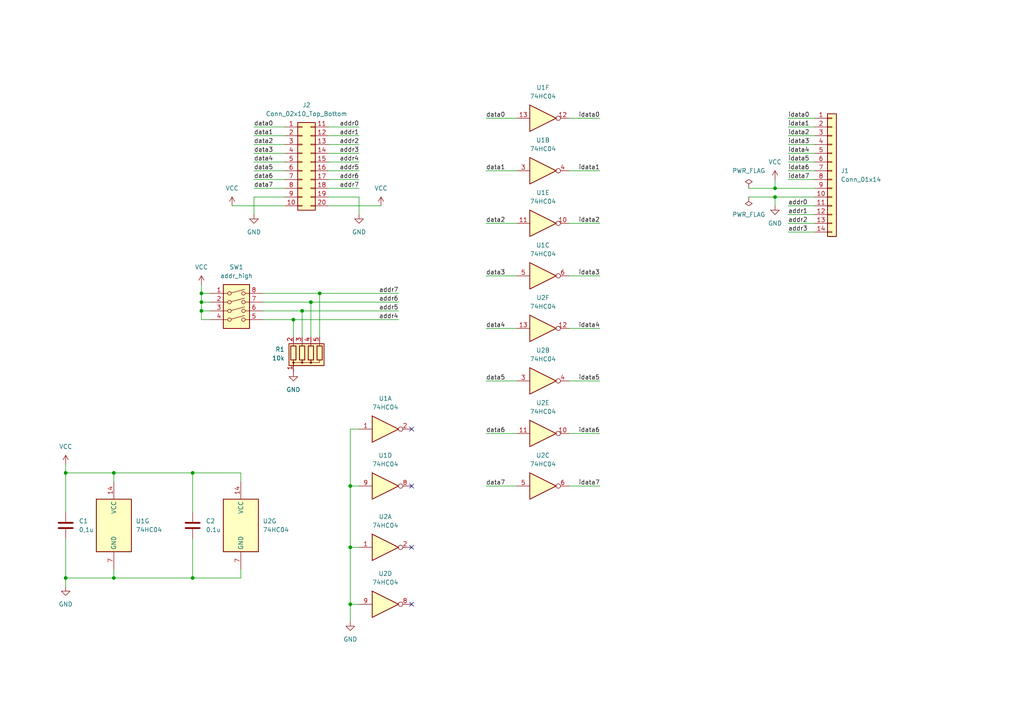
<source format=kicad_sch>
(kicad_sch (version 20211123) (generator eeschema)

  (uuid 3f55a03e-e384-4d59-b885-d0ef6bcd48b9)

  (paper "A4")

  (lib_symbols
    (symbol "74xx:74HC04" (in_bom yes) (on_board yes)
      (property "Reference" "U" (id 0) (at 0 1.27 0)
        (effects (font (size 1.27 1.27)))
      )
      (property "Value" "74HC04" (id 1) (at 0 -1.27 0)
        (effects (font (size 1.27 1.27)))
      )
      (property "Footprint" "" (id 2) (at 0 0 0)
        (effects (font (size 1.27 1.27)) hide)
      )
      (property "Datasheet" "https://assets.nexperia.com/documents/data-sheet/74HC_HCT04.pdf" (id 3) (at 0 0 0)
        (effects (font (size 1.27 1.27)) hide)
      )
      (property "ki_locked" "" (id 4) (at 0 0 0)
        (effects (font (size 1.27 1.27)))
      )
      (property "ki_keywords" "HCMOS not inv" (id 5) (at 0 0 0)
        (effects (font (size 1.27 1.27)) hide)
      )
      (property "ki_description" "Hex Inverter" (id 6) (at 0 0 0)
        (effects (font (size 1.27 1.27)) hide)
      )
      (property "ki_fp_filters" "DIP*W7.62mm* SSOP?14* TSSOP?14*" (id 7) (at 0 0 0)
        (effects (font (size 1.27 1.27)) hide)
      )
      (symbol "74HC04_1_0"
        (polyline
          (pts
            (xy -3.81 3.81)
            (xy -3.81 -3.81)
            (xy 3.81 0)
            (xy -3.81 3.81)
          )
          (stroke (width 0.254) (type default) (color 0 0 0 0))
          (fill (type background))
        )
        (pin input line (at -7.62 0 0) (length 3.81)
          (name "~" (effects (font (size 1.27 1.27))))
          (number "1" (effects (font (size 1.27 1.27))))
        )
        (pin output inverted (at 7.62 0 180) (length 3.81)
          (name "~" (effects (font (size 1.27 1.27))))
          (number "2" (effects (font (size 1.27 1.27))))
        )
      )
      (symbol "74HC04_2_0"
        (polyline
          (pts
            (xy -3.81 3.81)
            (xy -3.81 -3.81)
            (xy 3.81 0)
            (xy -3.81 3.81)
          )
          (stroke (width 0.254) (type default) (color 0 0 0 0))
          (fill (type background))
        )
        (pin input line (at -7.62 0 0) (length 3.81)
          (name "~" (effects (font (size 1.27 1.27))))
          (number "3" (effects (font (size 1.27 1.27))))
        )
        (pin output inverted (at 7.62 0 180) (length 3.81)
          (name "~" (effects (font (size 1.27 1.27))))
          (number "4" (effects (font (size 1.27 1.27))))
        )
      )
      (symbol "74HC04_3_0"
        (polyline
          (pts
            (xy -3.81 3.81)
            (xy -3.81 -3.81)
            (xy 3.81 0)
            (xy -3.81 3.81)
          )
          (stroke (width 0.254) (type default) (color 0 0 0 0))
          (fill (type background))
        )
        (pin input line (at -7.62 0 0) (length 3.81)
          (name "~" (effects (font (size 1.27 1.27))))
          (number "5" (effects (font (size 1.27 1.27))))
        )
        (pin output inverted (at 7.62 0 180) (length 3.81)
          (name "~" (effects (font (size 1.27 1.27))))
          (number "6" (effects (font (size 1.27 1.27))))
        )
      )
      (symbol "74HC04_4_0"
        (polyline
          (pts
            (xy -3.81 3.81)
            (xy -3.81 -3.81)
            (xy 3.81 0)
            (xy -3.81 3.81)
          )
          (stroke (width 0.254) (type default) (color 0 0 0 0))
          (fill (type background))
        )
        (pin output inverted (at 7.62 0 180) (length 3.81)
          (name "~" (effects (font (size 1.27 1.27))))
          (number "8" (effects (font (size 1.27 1.27))))
        )
        (pin input line (at -7.62 0 0) (length 3.81)
          (name "~" (effects (font (size 1.27 1.27))))
          (number "9" (effects (font (size 1.27 1.27))))
        )
      )
      (symbol "74HC04_5_0"
        (polyline
          (pts
            (xy -3.81 3.81)
            (xy -3.81 -3.81)
            (xy 3.81 0)
            (xy -3.81 3.81)
          )
          (stroke (width 0.254) (type default) (color 0 0 0 0))
          (fill (type background))
        )
        (pin output inverted (at 7.62 0 180) (length 3.81)
          (name "~" (effects (font (size 1.27 1.27))))
          (number "10" (effects (font (size 1.27 1.27))))
        )
        (pin input line (at -7.62 0 0) (length 3.81)
          (name "~" (effects (font (size 1.27 1.27))))
          (number "11" (effects (font (size 1.27 1.27))))
        )
      )
      (symbol "74HC04_6_0"
        (polyline
          (pts
            (xy -3.81 3.81)
            (xy -3.81 -3.81)
            (xy 3.81 0)
            (xy -3.81 3.81)
          )
          (stroke (width 0.254) (type default) (color 0 0 0 0))
          (fill (type background))
        )
        (pin output inverted (at 7.62 0 180) (length 3.81)
          (name "~" (effects (font (size 1.27 1.27))))
          (number "12" (effects (font (size 1.27 1.27))))
        )
        (pin input line (at -7.62 0 0) (length 3.81)
          (name "~" (effects (font (size 1.27 1.27))))
          (number "13" (effects (font (size 1.27 1.27))))
        )
      )
      (symbol "74HC04_7_0"
        (pin power_in line (at 0 12.7 270) (length 5.08)
          (name "VCC" (effects (font (size 1.27 1.27))))
          (number "14" (effects (font (size 1.27 1.27))))
        )
        (pin power_in line (at 0 -12.7 90) (length 5.08)
          (name "GND" (effects (font (size 1.27 1.27))))
          (number "7" (effects (font (size 1.27 1.27))))
        )
      )
      (symbol "74HC04_7_1"
        (rectangle (start -5.08 7.62) (end 5.08 -7.62)
          (stroke (width 0.254) (type default) (color 0 0 0 0))
          (fill (type background))
        )
      )
    )
    (symbol "Connector_Generic:Conn_01x14" (pin_names (offset 1.016) hide) (in_bom yes) (on_board yes)
      (property "Reference" "J" (id 0) (at 0 17.78 0)
        (effects (font (size 1.27 1.27)))
      )
      (property "Value" "Conn_01x14" (id 1) (at 0 -20.32 0)
        (effects (font (size 1.27 1.27)))
      )
      (property "Footprint" "" (id 2) (at 0 0 0)
        (effects (font (size 1.27 1.27)) hide)
      )
      (property "Datasheet" "~" (id 3) (at 0 0 0)
        (effects (font (size 1.27 1.27)) hide)
      )
      (property "ki_keywords" "connector" (id 4) (at 0 0 0)
        (effects (font (size 1.27 1.27)) hide)
      )
      (property "ki_description" "Generic connector, single row, 01x14, script generated (kicad-library-utils/schlib/autogen/connector/)" (id 5) (at 0 0 0)
        (effects (font (size 1.27 1.27)) hide)
      )
      (property "ki_fp_filters" "Connector*:*_1x??_*" (id 6) (at 0 0 0)
        (effects (font (size 1.27 1.27)) hide)
      )
      (symbol "Conn_01x14_1_1"
        (rectangle (start -1.27 -17.653) (end 0 -17.907)
          (stroke (width 0.1524) (type default) (color 0 0 0 0))
          (fill (type none))
        )
        (rectangle (start -1.27 -15.113) (end 0 -15.367)
          (stroke (width 0.1524) (type default) (color 0 0 0 0))
          (fill (type none))
        )
        (rectangle (start -1.27 -12.573) (end 0 -12.827)
          (stroke (width 0.1524) (type default) (color 0 0 0 0))
          (fill (type none))
        )
        (rectangle (start -1.27 -10.033) (end 0 -10.287)
          (stroke (width 0.1524) (type default) (color 0 0 0 0))
          (fill (type none))
        )
        (rectangle (start -1.27 -7.493) (end 0 -7.747)
          (stroke (width 0.1524) (type default) (color 0 0 0 0))
          (fill (type none))
        )
        (rectangle (start -1.27 -4.953) (end 0 -5.207)
          (stroke (width 0.1524) (type default) (color 0 0 0 0))
          (fill (type none))
        )
        (rectangle (start -1.27 -2.413) (end 0 -2.667)
          (stroke (width 0.1524) (type default) (color 0 0 0 0))
          (fill (type none))
        )
        (rectangle (start -1.27 0.127) (end 0 -0.127)
          (stroke (width 0.1524) (type default) (color 0 0 0 0))
          (fill (type none))
        )
        (rectangle (start -1.27 2.667) (end 0 2.413)
          (stroke (width 0.1524) (type default) (color 0 0 0 0))
          (fill (type none))
        )
        (rectangle (start -1.27 5.207) (end 0 4.953)
          (stroke (width 0.1524) (type default) (color 0 0 0 0))
          (fill (type none))
        )
        (rectangle (start -1.27 7.747) (end 0 7.493)
          (stroke (width 0.1524) (type default) (color 0 0 0 0))
          (fill (type none))
        )
        (rectangle (start -1.27 10.287) (end 0 10.033)
          (stroke (width 0.1524) (type default) (color 0 0 0 0))
          (fill (type none))
        )
        (rectangle (start -1.27 12.827) (end 0 12.573)
          (stroke (width 0.1524) (type default) (color 0 0 0 0))
          (fill (type none))
        )
        (rectangle (start -1.27 15.367) (end 0 15.113)
          (stroke (width 0.1524) (type default) (color 0 0 0 0))
          (fill (type none))
        )
        (rectangle (start -1.27 16.51) (end 1.27 -19.05)
          (stroke (width 0.254) (type default) (color 0 0 0 0))
          (fill (type background))
        )
        (pin passive line (at -5.08 15.24 0) (length 3.81)
          (name "Pin_1" (effects (font (size 1.27 1.27))))
          (number "1" (effects (font (size 1.27 1.27))))
        )
        (pin passive line (at -5.08 -7.62 0) (length 3.81)
          (name "Pin_10" (effects (font (size 1.27 1.27))))
          (number "10" (effects (font (size 1.27 1.27))))
        )
        (pin passive line (at -5.08 -10.16 0) (length 3.81)
          (name "Pin_11" (effects (font (size 1.27 1.27))))
          (number "11" (effects (font (size 1.27 1.27))))
        )
        (pin passive line (at -5.08 -12.7 0) (length 3.81)
          (name "Pin_12" (effects (font (size 1.27 1.27))))
          (number "12" (effects (font (size 1.27 1.27))))
        )
        (pin passive line (at -5.08 -15.24 0) (length 3.81)
          (name "Pin_13" (effects (font (size 1.27 1.27))))
          (number "13" (effects (font (size 1.27 1.27))))
        )
        (pin passive line (at -5.08 -17.78 0) (length 3.81)
          (name "Pin_14" (effects (font (size 1.27 1.27))))
          (number "14" (effects (font (size 1.27 1.27))))
        )
        (pin passive line (at -5.08 12.7 0) (length 3.81)
          (name "Pin_2" (effects (font (size 1.27 1.27))))
          (number "2" (effects (font (size 1.27 1.27))))
        )
        (pin passive line (at -5.08 10.16 0) (length 3.81)
          (name "Pin_3" (effects (font (size 1.27 1.27))))
          (number "3" (effects (font (size 1.27 1.27))))
        )
        (pin passive line (at -5.08 7.62 0) (length 3.81)
          (name "Pin_4" (effects (font (size 1.27 1.27))))
          (number "4" (effects (font (size 1.27 1.27))))
        )
        (pin passive line (at -5.08 5.08 0) (length 3.81)
          (name "Pin_5" (effects (font (size 1.27 1.27))))
          (number "5" (effects (font (size 1.27 1.27))))
        )
        (pin passive line (at -5.08 2.54 0) (length 3.81)
          (name "Pin_6" (effects (font (size 1.27 1.27))))
          (number "6" (effects (font (size 1.27 1.27))))
        )
        (pin passive line (at -5.08 0 0) (length 3.81)
          (name "Pin_7" (effects (font (size 1.27 1.27))))
          (number "7" (effects (font (size 1.27 1.27))))
        )
        (pin passive line (at -5.08 -2.54 0) (length 3.81)
          (name "Pin_8" (effects (font (size 1.27 1.27))))
          (number "8" (effects (font (size 1.27 1.27))))
        )
        (pin passive line (at -5.08 -5.08 0) (length 3.81)
          (name "Pin_9" (effects (font (size 1.27 1.27))))
          (number "9" (effects (font (size 1.27 1.27))))
        )
      )
    )
    (symbol "Connector_Generic:Conn_02x10_Top_Bottom" (pin_names (offset 1.016) hide) (in_bom yes) (on_board yes)
      (property "Reference" "J" (id 0) (at 1.27 12.7 0)
        (effects (font (size 1.27 1.27)))
      )
      (property "Value" "Conn_02x10_Top_Bottom" (id 1) (at 1.27 -15.24 0)
        (effects (font (size 1.27 1.27)))
      )
      (property "Footprint" "" (id 2) (at 0 0 0)
        (effects (font (size 1.27 1.27)) hide)
      )
      (property "Datasheet" "~" (id 3) (at 0 0 0)
        (effects (font (size 1.27 1.27)) hide)
      )
      (property "ki_keywords" "connector" (id 4) (at 0 0 0)
        (effects (font (size 1.27 1.27)) hide)
      )
      (property "ki_description" "Generic connector, double row, 02x10, top/bottom pin numbering scheme (row 1: 1...pins_per_row, row2: pins_per_row+1 ... num_pins), script generated (kicad-library-utils/schlib/autogen/connector/)" (id 5) (at 0 0 0)
        (effects (font (size 1.27 1.27)) hide)
      )
      (property "ki_fp_filters" "Connector*:*_2x??_*" (id 6) (at 0 0 0)
        (effects (font (size 1.27 1.27)) hide)
      )
      (symbol "Conn_02x10_Top_Bottom_1_1"
        (rectangle (start -1.27 -12.573) (end 0 -12.827)
          (stroke (width 0.1524) (type default) (color 0 0 0 0))
          (fill (type none))
        )
        (rectangle (start -1.27 -10.033) (end 0 -10.287)
          (stroke (width 0.1524) (type default) (color 0 0 0 0))
          (fill (type none))
        )
        (rectangle (start -1.27 -7.493) (end 0 -7.747)
          (stroke (width 0.1524) (type default) (color 0 0 0 0))
          (fill (type none))
        )
        (rectangle (start -1.27 -4.953) (end 0 -5.207)
          (stroke (width 0.1524) (type default) (color 0 0 0 0))
          (fill (type none))
        )
        (rectangle (start -1.27 -2.413) (end 0 -2.667)
          (stroke (width 0.1524) (type default) (color 0 0 0 0))
          (fill (type none))
        )
        (rectangle (start -1.27 0.127) (end 0 -0.127)
          (stroke (width 0.1524) (type default) (color 0 0 0 0))
          (fill (type none))
        )
        (rectangle (start -1.27 2.667) (end 0 2.413)
          (stroke (width 0.1524) (type default) (color 0 0 0 0))
          (fill (type none))
        )
        (rectangle (start -1.27 5.207) (end 0 4.953)
          (stroke (width 0.1524) (type default) (color 0 0 0 0))
          (fill (type none))
        )
        (rectangle (start -1.27 7.747) (end 0 7.493)
          (stroke (width 0.1524) (type default) (color 0 0 0 0))
          (fill (type none))
        )
        (rectangle (start -1.27 10.287) (end 0 10.033)
          (stroke (width 0.1524) (type default) (color 0 0 0 0))
          (fill (type none))
        )
        (rectangle (start -1.27 11.43) (end 3.81 -13.97)
          (stroke (width 0.254) (type default) (color 0 0 0 0))
          (fill (type background))
        )
        (rectangle (start 3.81 -12.573) (end 2.54 -12.827)
          (stroke (width 0.1524) (type default) (color 0 0 0 0))
          (fill (type none))
        )
        (rectangle (start 3.81 -10.033) (end 2.54 -10.287)
          (stroke (width 0.1524) (type default) (color 0 0 0 0))
          (fill (type none))
        )
        (rectangle (start 3.81 -7.493) (end 2.54 -7.747)
          (stroke (width 0.1524) (type default) (color 0 0 0 0))
          (fill (type none))
        )
        (rectangle (start 3.81 -4.953) (end 2.54 -5.207)
          (stroke (width 0.1524) (type default) (color 0 0 0 0))
          (fill (type none))
        )
        (rectangle (start 3.81 -2.413) (end 2.54 -2.667)
          (stroke (width 0.1524) (type default) (color 0 0 0 0))
          (fill (type none))
        )
        (rectangle (start 3.81 0.127) (end 2.54 -0.127)
          (stroke (width 0.1524) (type default) (color 0 0 0 0))
          (fill (type none))
        )
        (rectangle (start 3.81 2.667) (end 2.54 2.413)
          (stroke (width 0.1524) (type default) (color 0 0 0 0))
          (fill (type none))
        )
        (rectangle (start 3.81 5.207) (end 2.54 4.953)
          (stroke (width 0.1524) (type default) (color 0 0 0 0))
          (fill (type none))
        )
        (rectangle (start 3.81 7.747) (end 2.54 7.493)
          (stroke (width 0.1524) (type default) (color 0 0 0 0))
          (fill (type none))
        )
        (rectangle (start 3.81 10.287) (end 2.54 10.033)
          (stroke (width 0.1524) (type default) (color 0 0 0 0))
          (fill (type none))
        )
        (pin passive line (at -5.08 10.16 0) (length 3.81)
          (name "Pin_1" (effects (font (size 1.27 1.27))))
          (number "1" (effects (font (size 1.27 1.27))))
        )
        (pin passive line (at -5.08 -12.7 0) (length 3.81)
          (name "Pin_10" (effects (font (size 1.27 1.27))))
          (number "10" (effects (font (size 1.27 1.27))))
        )
        (pin passive line (at 7.62 10.16 180) (length 3.81)
          (name "Pin_11" (effects (font (size 1.27 1.27))))
          (number "11" (effects (font (size 1.27 1.27))))
        )
        (pin passive line (at 7.62 7.62 180) (length 3.81)
          (name "Pin_12" (effects (font (size 1.27 1.27))))
          (number "12" (effects (font (size 1.27 1.27))))
        )
        (pin passive line (at 7.62 5.08 180) (length 3.81)
          (name "Pin_13" (effects (font (size 1.27 1.27))))
          (number "13" (effects (font (size 1.27 1.27))))
        )
        (pin passive line (at 7.62 2.54 180) (length 3.81)
          (name "Pin_14" (effects (font (size 1.27 1.27))))
          (number "14" (effects (font (size 1.27 1.27))))
        )
        (pin passive line (at 7.62 0 180) (length 3.81)
          (name "Pin_15" (effects (font (size 1.27 1.27))))
          (number "15" (effects (font (size 1.27 1.27))))
        )
        (pin passive line (at 7.62 -2.54 180) (length 3.81)
          (name "Pin_16" (effects (font (size 1.27 1.27))))
          (number "16" (effects (font (size 1.27 1.27))))
        )
        (pin passive line (at 7.62 -5.08 180) (length 3.81)
          (name "Pin_17" (effects (font (size 1.27 1.27))))
          (number "17" (effects (font (size 1.27 1.27))))
        )
        (pin passive line (at 7.62 -7.62 180) (length 3.81)
          (name "Pin_18" (effects (font (size 1.27 1.27))))
          (number "18" (effects (font (size 1.27 1.27))))
        )
        (pin passive line (at 7.62 -10.16 180) (length 3.81)
          (name "Pin_19" (effects (font (size 1.27 1.27))))
          (number "19" (effects (font (size 1.27 1.27))))
        )
        (pin passive line (at -5.08 7.62 0) (length 3.81)
          (name "Pin_2" (effects (font (size 1.27 1.27))))
          (number "2" (effects (font (size 1.27 1.27))))
        )
        (pin passive line (at 7.62 -12.7 180) (length 3.81)
          (name "Pin_20" (effects (font (size 1.27 1.27))))
          (number "20" (effects (font (size 1.27 1.27))))
        )
        (pin passive line (at -5.08 5.08 0) (length 3.81)
          (name "Pin_3" (effects (font (size 1.27 1.27))))
          (number "3" (effects (font (size 1.27 1.27))))
        )
        (pin passive line (at -5.08 2.54 0) (length 3.81)
          (name "Pin_4" (effects (font (size 1.27 1.27))))
          (number "4" (effects (font (size 1.27 1.27))))
        )
        (pin passive line (at -5.08 0 0) (length 3.81)
          (name "Pin_5" (effects (font (size 1.27 1.27))))
          (number "5" (effects (font (size 1.27 1.27))))
        )
        (pin passive line (at -5.08 -2.54 0) (length 3.81)
          (name "Pin_6" (effects (font (size 1.27 1.27))))
          (number "6" (effects (font (size 1.27 1.27))))
        )
        (pin passive line (at -5.08 -5.08 0) (length 3.81)
          (name "Pin_7" (effects (font (size 1.27 1.27))))
          (number "7" (effects (font (size 1.27 1.27))))
        )
        (pin passive line (at -5.08 -7.62 0) (length 3.81)
          (name "Pin_8" (effects (font (size 1.27 1.27))))
          (number "8" (effects (font (size 1.27 1.27))))
        )
        (pin passive line (at -5.08 -10.16 0) (length 3.81)
          (name "Pin_9" (effects (font (size 1.27 1.27))))
          (number "9" (effects (font (size 1.27 1.27))))
        )
      )
    )
    (symbol "Device:C" (pin_numbers hide) (pin_names (offset 0.254)) (in_bom yes) (on_board yes)
      (property "Reference" "C" (id 0) (at 0.635 2.54 0)
        (effects (font (size 1.27 1.27)) (justify left))
      )
      (property "Value" "C" (id 1) (at 0.635 -2.54 0)
        (effects (font (size 1.27 1.27)) (justify left))
      )
      (property "Footprint" "" (id 2) (at 0.9652 -3.81 0)
        (effects (font (size 1.27 1.27)) hide)
      )
      (property "Datasheet" "~" (id 3) (at 0 0 0)
        (effects (font (size 1.27 1.27)) hide)
      )
      (property "ki_keywords" "cap capacitor" (id 4) (at 0 0 0)
        (effects (font (size 1.27 1.27)) hide)
      )
      (property "ki_description" "Unpolarized capacitor" (id 5) (at 0 0 0)
        (effects (font (size 1.27 1.27)) hide)
      )
      (property "ki_fp_filters" "C_*" (id 6) (at 0 0 0)
        (effects (font (size 1.27 1.27)) hide)
      )
      (symbol "C_0_1"
        (polyline
          (pts
            (xy -2.032 -0.762)
            (xy 2.032 -0.762)
          )
          (stroke (width 0.508) (type default) (color 0 0 0 0))
          (fill (type none))
        )
        (polyline
          (pts
            (xy -2.032 0.762)
            (xy 2.032 0.762)
          )
          (stroke (width 0.508) (type default) (color 0 0 0 0))
          (fill (type none))
        )
      )
      (symbol "C_1_1"
        (pin passive line (at 0 3.81 270) (length 2.794)
          (name "~" (effects (font (size 1.27 1.27))))
          (number "1" (effects (font (size 1.27 1.27))))
        )
        (pin passive line (at 0 -3.81 90) (length 2.794)
          (name "~" (effects (font (size 1.27 1.27))))
          (number "2" (effects (font (size 1.27 1.27))))
        )
      )
    )
    (symbol "Device:R_Network04" (pin_names (offset 0) hide) (in_bom yes) (on_board yes)
      (property "Reference" "RN" (id 0) (at -7.62 0 90)
        (effects (font (size 1.27 1.27)))
      )
      (property "Value" "R_Network04" (id 1) (at 5.08 0 90)
        (effects (font (size 1.27 1.27)))
      )
      (property "Footprint" "Resistor_THT:R_Array_SIP5" (id 2) (at 6.985 0 90)
        (effects (font (size 1.27 1.27)) hide)
      )
      (property "Datasheet" "http://www.vishay.com/docs/31509/csc.pdf" (id 3) (at 0 0 0)
        (effects (font (size 1.27 1.27)) hide)
      )
      (property "ki_keywords" "R network star-topology" (id 4) (at 0 0 0)
        (effects (font (size 1.27 1.27)) hide)
      )
      (property "ki_description" "4 resistor network, star topology, bussed resistors, small symbol" (id 5) (at 0 0 0)
        (effects (font (size 1.27 1.27)) hide)
      )
      (property "ki_fp_filters" "R?Array?SIP*" (id 6) (at 0 0 0)
        (effects (font (size 1.27 1.27)) hide)
      )
      (symbol "R_Network04_0_1"
        (rectangle (start -6.35 -3.175) (end 3.81 3.175)
          (stroke (width 0.254) (type default) (color 0 0 0 0))
          (fill (type background))
        )
        (rectangle (start -5.842 1.524) (end -4.318 -2.54)
          (stroke (width 0.254) (type default) (color 0 0 0 0))
          (fill (type none))
        )
        (circle (center -5.08 2.286) (radius 0.254)
          (stroke (width 0) (type default) (color 0 0 0 0))
          (fill (type outline))
        )
        (rectangle (start -3.302 1.524) (end -1.778 -2.54)
          (stroke (width 0.254) (type default) (color 0 0 0 0))
          (fill (type none))
        )
        (circle (center -2.54 2.286) (radius 0.254)
          (stroke (width 0) (type default) (color 0 0 0 0))
          (fill (type outline))
        )
        (rectangle (start -0.762 1.524) (end 0.762 -2.54)
          (stroke (width 0.254) (type default) (color 0 0 0 0))
          (fill (type none))
        )
        (polyline
          (pts
            (xy -5.08 -2.54)
            (xy -5.08 -3.81)
          )
          (stroke (width 0) (type default) (color 0 0 0 0))
          (fill (type none))
        )
        (polyline
          (pts
            (xy -2.54 -2.54)
            (xy -2.54 -3.81)
          )
          (stroke (width 0) (type default) (color 0 0 0 0))
          (fill (type none))
        )
        (polyline
          (pts
            (xy 0 -2.54)
            (xy 0 -3.81)
          )
          (stroke (width 0) (type default) (color 0 0 0 0))
          (fill (type none))
        )
        (polyline
          (pts
            (xy 2.54 -2.54)
            (xy 2.54 -3.81)
          )
          (stroke (width 0) (type default) (color 0 0 0 0))
          (fill (type none))
        )
        (polyline
          (pts
            (xy -5.08 1.524)
            (xy -5.08 2.286)
            (xy -2.54 2.286)
            (xy -2.54 1.524)
          )
          (stroke (width 0) (type default) (color 0 0 0 0))
          (fill (type none))
        )
        (polyline
          (pts
            (xy -2.54 1.524)
            (xy -2.54 2.286)
            (xy 0 2.286)
            (xy 0 1.524)
          )
          (stroke (width 0) (type default) (color 0 0 0 0))
          (fill (type none))
        )
        (polyline
          (pts
            (xy 0 1.524)
            (xy 0 2.286)
            (xy 2.54 2.286)
            (xy 2.54 1.524)
          )
          (stroke (width 0) (type default) (color 0 0 0 0))
          (fill (type none))
        )
        (circle (center 0 2.286) (radius 0.254)
          (stroke (width 0) (type default) (color 0 0 0 0))
          (fill (type outline))
        )
        (rectangle (start 1.778 1.524) (end 3.302 -2.54)
          (stroke (width 0.254) (type default) (color 0 0 0 0))
          (fill (type none))
        )
      )
      (symbol "R_Network04_1_1"
        (pin passive line (at -5.08 5.08 270) (length 2.54)
          (name "common" (effects (font (size 1.27 1.27))))
          (number "1" (effects (font (size 1.27 1.27))))
        )
        (pin passive line (at -5.08 -5.08 90) (length 1.27)
          (name "R1" (effects (font (size 1.27 1.27))))
          (number "2" (effects (font (size 1.27 1.27))))
        )
        (pin passive line (at -2.54 -5.08 90) (length 1.27)
          (name "R2" (effects (font (size 1.27 1.27))))
          (number "3" (effects (font (size 1.27 1.27))))
        )
        (pin passive line (at 0 -5.08 90) (length 1.27)
          (name "R3" (effects (font (size 1.27 1.27))))
          (number "4" (effects (font (size 1.27 1.27))))
        )
        (pin passive line (at 2.54 -5.08 90) (length 1.27)
          (name "R4" (effects (font (size 1.27 1.27))))
          (number "5" (effects (font (size 1.27 1.27))))
        )
      )
    )
    (symbol "Switch:SW_DIP_x04" (pin_names (offset 0) hide) (in_bom yes) (on_board yes)
      (property "Reference" "SW" (id 0) (at 0 8.89 0)
        (effects (font (size 1.27 1.27)))
      )
      (property "Value" "SW_DIP_x04" (id 1) (at 0 -6.35 0)
        (effects (font (size 1.27 1.27)))
      )
      (property "Footprint" "" (id 2) (at 0 0 0)
        (effects (font (size 1.27 1.27)) hide)
      )
      (property "Datasheet" "~" (id 3) (at 0 0 0)
        (effects (font (size 1.27 1.27)) hide)
      )
      (property "ki_keywords" "dip switch" (id 4) (at 0 0 0)
        (effects (font (size 1.27 1.27)) hide)
      )
      (property "ki_description" "4x DIP Switch, Single Pole Single Throw (SPST) switch, small symbol" (id 5) (at 0 0 0)
        (effects (font (size 1.27 1.27)) hide)
      )
      (property "ki_fp_filters" "SW?DIP?x4*" (id 6) (at 0 0 0)
        (effects (font (size 1.27 1.27)) hide)
      )
      (symbol "SW_DIP_x04_0_0"
        (circle (center -2.032 -2.54) (radius 0.508)
          (stroke (width 0) (type default) (color 0 0 0 0))
          (fill (type none))
        )
        (circle (center -2.032 0) (radius 0.508)
          (stroke (width 0) (type default) (color 0 0 0 0))
          (fill (type none))
        )
        (circle (center -2.032 2.54) (radius 0.508)
          (stroke (width 0) (type default) (color 0 0 0 0))
          (fill (type none))
        )
        (circle (center -2.032 5.08) (radius 0.508)
          (stroke (width 0) (type default) (color 0 0 0 0))
          (fill (type none))
        )
        (polyline
          (pts
            (xy -1.524 -2.3876)
            (xy 2.3622 -1.3462)
          )
          (stroke (width 0) (type default) (color 0 0 0 0))
          (fill (type none))
        )
        (polyline
          (pts
            (xy -1.524 0.127)
            (xy 2.3622 1.1684)
          )
          (stroke (width 0) (type default) (color 0 0 0 0))
          (fill (type none))
        )
        (polyline
          (pts
            (xy -1.524 2.667)
            (xy 2.3622 3.7084)
          )
          (stroke (width 0) (type default) (color 0 0 0 0))
          (fill (type none))
        )
        (polyline
          (pts
            (xy -1.524 5.207)
            (xy 2.3622 6.2484)
          )
          (stroke (width 0) (type default) (color 0 0 0 0))
          (fill (type none))
        )
        (circle (center 2.032 -2.54) (radius 0.508)
          (stroke (width 0) (type default) (color 0 0 0 0))
          (fill (type none))
        )
        (circle (center 2.032 0) (radius 0.508)
          (stroke (width 0) (type default) (color 0 0 0 0))
          (fill (type none))
        )
        (circle (center 2.032 2.54) (radius 0.508)
          (stroke (width 0) (type default) (color 0 0 0 0))
          (fill (type none))
        )
        (circle (center 2.032 5.08) (radius 0.508)
          (stroke (width 0) (type default) (color 0 0 0 0))
          (fill (type none))
        )
      )
      (symbol "SW_DIP_x04_0_1"
        (rectangle (start -3.81 7.62) (end 3.81 -5.08)
          (stroke (width 0.254) (type default) (color 0 0 0 0))
          (fill (type background))
        )
      )
      (symbol "SW_DIP_x04_1_1"
        (pin passive line (at -7.62 5.08 0) (length 5.08)
          (name "~" (effects (font (size 1.27 1.27))))
          (number "1" (effects (font (size 1.27 1.27))))
        )
        (pin passive line (at -7.62 2.54 0) (length 5.08)
          (name "~" (effects (font (size 1.27 1.27))))
          (number "2" (effects (font (size 1.27 1.27))))
        )
        (pin passive line (at -7.62 0 0) (length 5.08)
          (name "~" (effects (font (size 1.27 1.27))))
          (number "3" (effects (font (size 1.27 1.27))))
        )
        (pin passive line (at -7.62 -2.54 0) (length 5.08)
          (name "~" (effects (font (size 1.27 1.27))))
          (number "4" (effects (font (size 1.27 1.27))))
        )
        (pin passive line (at 7.62 -2.54 180) (length 5.08)
          (name "~" (effects (font (size 1.27 1.27))))
          (number "5" (effects (font (size 1.27 1.27))))
        )
        (pin passive line (at 7.62 0 180) (length 5.08)
          (name "~" (effects (font (size 1.27 1.27))))
          (number "6" (effects (font (size 1.27 1.27))))
        )
        (pin passive line (at 7.62 2.54 180) (length 5.08)
          (name "~" (effects (font (size 1.27 1.27))))
          (number "7" (effects (font (size 1.27 1.27))))
        )
        (pin passive line (at 7.62 5.08 180) (length 5.08)
          (name "~" (effects (font (size 1.27 1.27))))
          (number "8" (effects (font (size 1.27 1.27))))
        )
      )
    )
    (symbol "power:GND" (power) (pin_names (offset 0)) (in_bom yes) (on_board yes)
      (property "Reference" "#PWR" (id 0) (at 0 -6.35 0)
        (effects (font (size 1.27 1.27)) hide)
      )
      (property "Value" "GND" (id 1) (at 0 -3.81 0)
        (effects (font (size 1.27 1.27)))
      )
      (property "Footprint" "" (id 2) (at 0 0 0)
        (effects (font (size 1.27 1.27)) hide)
      )
      (property "Datasheet" "" (id 3) (at 0 0 0)
        (effects (font (size 1.27 1.27)) hide)
      )
      (property "ki_keywords" "power-flag" (id 4) (at 0 0 0)
        (effects (font (size 1.27 1.27)) hide)
      )
      (property "ki_description" "Power symbol creates a global label with name \"GND\" , ground" (id 5) (at 0 0 0)
        (effects (font (size 1.27 1.27)) hide)
      )
      (symbol "GND_0_1"
        (polyline
          (pts
            (xy 0 0)
            (xy 0 -1.27)
            (xy 1.27 -1.27)
            (xy 0 -2.54)
            (xy -1.27 -1.27)
            (xy 0 -1.27)
          )
          (stroke (width 0) (type default) (color 0 0 0 0))
          (fill (type none))
        )
      )
      (symbol "GND_1_1"
        (pin power_in line (at 0 0 270) (length 0) hide
          (name "GND" (effects (font (size 1.27 1.27))))
          (number "1" (effects (font (size 1.27 1.27))))
        )
      )
    )
    (symbol "power:PWR_FLAG" (power) (pin_numbers hide) (pin_names (offset 0) hide) (in_bom yes) (on_board yes)
      (property "Reference" "#FLG" (id 0) (at 0 1.905 0)
        (effects (font (size 1.27 1.27)) hide)
      )
      (property "Value" "PWR_FLAG" (id 1) (at 0 3.81 0)
        (effects (font (size 1.27 1.27)))
      )
      (property "Footprint" "" (id 2) (at 0 0 0)
        (effects (font (size 1.27 1.27)) hide)
      )
      (property "Datasheet" "~" (id 3) (at 0 0 0)
        (effects (font (size 1.27 1.27)) hide)
      )
      (property "ki_keywords" "power-flag" (id 4) (at 0 0 0)
        (effects (font (size 1.27 1.27)) hide)
      )
      (property "ki_description" "Special symbol for telling ERC where power comes from" (id 5) (at 0 0 0)
        (effects (font (size 1.27 1.27)) hide)
      )
      (symbol "PWR_FLAG_0_0"
        (pin power_out line (at 0 0 90) (length 0)
          (name "pwr" (effects (font (size 1.27 1.27))))
          (number "1" (effects (font (size 1.27 1.27))))
        )
      )
      (symbol "PWR_FLAG_0_1"
        (polyline
          (pts
            (xy 0 0)
            (xy 0 1.27)
            (xy -1.016 1.905)
            (xy 0 2.54)
            (xy 1.016 1.905)
            (xy 0 1.27)
          )
          (stroke (width 0) (type default) (color 0 0 0 0))
          (fill (type none))
        )
      )
    )
    (symbol "power:VCC" (power) (pin_names (offset 0)) (in_bom yes) (on_board yes)
      (property "Reference" "#PWR" (id 0) (at 0 -3.81 0)
        (effects (font (size 1.27 1.27)) hide)
      )
      (property "Value" "VCC" (id 1) (at 0 3.81 0)
        (effects (font (size 1.27 1.27)))
      )
      (property "Footprint" "" (id 2) (at 0 0 0)
        (effects (font (size 1.27 1.27)) hide)
      )
      (property "Datasheet" "" (id 3) (at 0 0 0)
        (effects (font (size 1.27 1.27)) hide)
      )
      (property "ki_keywords" "power-flag" (id 4) (at 0 0 0)
        (effects (font (size 1.27 1.27)) hide)
      )
      (property "ki_description" "Power symbol creates a global label with name \"VCC\"" (id 5) (at 0 0 0)
        (effects (font (size 1.27 1.27)) hide)
      )
      (symbol "VCC_0_1"
        (polyline
          (pts
            (xy -0.762 1.27)
            (xy 0 2.54)
          )
          (stroke (width 0) (type default) (color 0 0 0 0))
          (fill (type none))
        )
        (polyline
          (pts
            (xy 0 0)
            (xy 0 2.54)
          )
          (stroke (width 0) (type default) (color 0 0 0 0))
          (fill (type none))
        )
        (polyline
          (pts
            (xy 0 2.54)
            (xy 0.762 1.27)
          )
          (stroke (width 0) (type default) (color 0 0 0 0))
          (fill (type none))
        )
      )
      (symbol "VCC_1_1"
        (pin power_in line (at 0 0 90) (length 0) hide
          (name "VCC" (effects (font (size 1.27 1.27))))
          (number "1" (effects (font (size 1.27 1.27))))
        )
      )
    )
  )

  (junction (at 19.05 137.16) (diameter 0) (color 0 0 0 0)
    (uuid 03c453bb-ceb2-4f40-b66b-bcbd520ce828)
  )
  (junction (at 90.17 87.63) (diameter 0) (color 0 0 0 0)
    (uuid 2db33850-f359-4a78-826e-f91d73ef9021)
  )
  (junction (at 101.6 158.75) (diameter 0) (color 0 0 0 0)
    (uuid 37db0f13-1b79-4208-a42b-c8ff1a8728f3)
  )
  (junction (at 33.02 137.16) (diameter 0) (color 0 0 0 0)
    (uuid 3a561a97-0867-4017-b378-a5b3b8e61011)
  )
  (junction (at 55.88 167.64) (diameter 0) (color 0 0 0 0)
    (uuid 4c3c24b1-c8c7-46f6-b2ac-0de7cb24bc88)
  )
  (junction (at 101.6 140.97) (diameter 0) (color 0 0 0 0)
    (uuid 4ccd9b13-8271-498e-911e-e03bc2f3655c)
  )
  (junction (at 87.63 90.17) (diameter 0) (color 0 0 0 0)
    (uuid 5e092baa-afd7-46a7-9c5e-00fea6dcdb2b)
  )
  (junction (at 55.88 137.16) (diameter 0) (color 0 0 0 0)
    (uuid 605f461c-e930-4448-a4fc-40ace05c1c7d)
  )
  (junction (at 33.02 167.64) (diameter 0) (color 0 0 0 0)
    (uuid 7492ee35-080b-4378-9871-ff039f2f6c69)
  )
  (junction (at 85.09 92.71) (diameter 0) (color 0 0 0 0)
    (uuid 821f9362-a3cb-40b0-9271-dc20ea5d709a)
  )
  (junction (at 58.42 90.17) (diameter 0) (color 0 0 0 0)
    (uuid 8bb6537b-af20-4822-a9b0-a616c898364e)
  )
  (junction (at 224.79 57.15) (diameter 0) (color 0 0 0 0)
    (uuid a30e0701-c812-4e5e-bdb9-3a97199feb5c)
  )
  (junction (at 224.79 54.61) (diameter 0) (color 0 0 0 0)
    (uuid a4ed682d-b072-4d7b-a158-66bdda88358b)
  )
  (junction (at 58.42 85.09) (diameter 0) (color 0 0 0 0)
    (uuid c6f379fe-2344-497b-8635-f3d935293325)
  )
  (junction (at 101.6 175.26) (diameter 0) (color 0 0 0 0)
    (uuid cda00d0c-8fb1-48a7-a0cb-98ef94bf80ea)
  )
  (junction (at 92.71 85.09) (diameter 0) (color 0 0 0 0)
    (uuid d459f76f-3f3a-47c1-9d38-68157684f528)
  )
  (junction (at 58.42 87.63) (diameter 0) (color 0 0 0 0)
    (uuid dde773bb-486b-4765-892f-4b609c9176bc)
  )
  (junction (at 19.05 167.64) (diameter 0) (color 0 0 0 0)
    (uuid f7ae751d-e37f-4ab5-bc30-b719652c88f1)
  )

  (no_connect (at 119.38 175.26) (uuid 7517b73b-8009-44bf-b0f5-74dde5b66518))
  (no_connect (at 119.38 158.75) (uuid 7517b73b-8009-44bf-b0f5-74dde5b66518))
  (no_connect (at 119.38 140.97) (uuid 7517b73b-8009-44bf-b0f5-74dde5b66518))
  (no_connect (at 119.38 124.46) (uuid 7517b73b-8009-44bf-b0f5-74dde5b66518))

  (wire (pts (xy 101.6 158.75) (xy 104.14 158.75))
    (stroke (width 0) (type default) (color 0 0 0 0))
    (uuid 025d2be4-66d9-4765-9cb8-92195a313574)
  )
  (wire (pts (xy 236.22 52.07) (xy 228.6 52.07))
    (stroke (width 0) (type default) (color 0 0 0 0))
    (uuid 0361f752-1a55-4e8a-b4e4-85838bfcfe89)
  )
  (wire (pts (xy 104.14 49.53) (xy 95.25 49.53))
    (stroke (width 0) (type default) (color 0 0 0 0))
    (uuid 0600b943-5c4f-4bf2-ab08-f1950bae8173)
  )
  (wire (pts (xy 82.55 36.83) (xy 73.66 36.83))
    (stroke (width 0) (type default) (color 0 0 0 0))
    (uuid 06deb455-f9b3-4142-8457-28216e9c9b8a)
  )
  (wire (pts (xy 236.22 64.77) (xy 228.6 64.77))
    (stroke (width 0) (type default) (color 0 0 0 0))
    (uuid 0770197d-fb76-462d-9e33-38d2fb6afc19)
  )
  (wire (pts (xy 33.02 167.64) (xy 19.05 167.64))
    (stroke (width 0) (type default) (color 0 0 0 0))
    (uuid 0a63f4f8-4d3e-416c-a69f-11801b679807)
  )
  (wire (pts (xy 236.22 62.23) (xy 228.6 62.23))
    (stroke (width 0) (type default) (color 0 0 0 0))
    (uuid 0a6b69b5-d679-44ae-bcfa-dbe2db696e9d)
  )
  (wire (pts (xy 149.86 64.77) (xy 140.97 64.77))
    (stroke (width 0) (type default) (color 0 0 0 0))
    (uuid 0d754d0e-ea2a-4489-90f1-c31a56e6a8fc)
  )
  (wire (pts (xy 69.85 167.64) (xy 55.88 167.64))
    (stroke (width 0) (type default) (color 0 0 0 0))
    (uuid 0e688400-2af2-4093-b902-4e871691bc68)
  )
  (wire (pts (xy 92.71 85.09) (xy 115.57 85.09))
    (stroke (width 0) (type default) (color 0 0 0 0))
    (uuid 0fbd53a9-1b7a-4e8b-b307-b6bd1dc090af)
  )
  (wire (pts (xy 149.86 110.49) (xy 140.97 110.49))
    (stroke (width 0) (type default) (color 0 0 0 0))
    (uuid 11022aac-3082-4d09-a112-1372f7c1a89f)
  )
  (wire (pts (xy 173.99 64.77) (xy 165.1 64.77))
    (stroke (width 0) (type default) (color 0 0 0 0))
    (uuid 133cde22-8823-4d74-aa40-0768fb20c38f)
  )
  (wire (pts (xy 101.6 140.97) (xy 101.6 158.75))
    (stroke (width 0) (type default) (color 0 0 0 0))
    (uuid 15c8d595-2c4e-4a49-bdeb-a03258ba404a)
  )
  (wire (pts (xy 224.79 57.15) (xy 224.79 59.69))
    (stroke (width 0) (type default) (color 0 0 0 0))
    (uuid 15d3af7f-f1bf-49ac-b111-4640366d5181)
  )
  (wire (pts (xy 224.79 54.61) (xy 224.79 52.07))
    (stroke (width 0) (type default) (color 0 0 0 0))
    (uuid 16846add-8613-4d5b-80f8-47bb821442f4)
  )
  (wire (pts (xy 90.17 87.63) (xy 115.57 87.63))
    (stroke (width 0) (type default) (color 0 0 0 0))
    (uuid 19562e53-0bfe-41be-89dd-7d8db10b9c89)
  )
  (wire (pts (xy 82.55 59.69) (xy 67.31 59.69))
    (stroke (width 0) (type default) (color 0 0 0 0))
    (uuid 1f84f4ea-c662-425a-a57d-dc2125915f4d)
  )
  (wire (pts (xy 73.66 57.15) (xy 73.66 62.23))
    (stroke (width 0) (type default) (color 0 0 0 0))
    (uuid 1f905d36-94bb-4fbd-af16-c87fdc93192d)
  )
  (wire (pts (xy 58.42 87.63) (xy 60.96 87.63))
    (stroke (width 0) (type default) (color 0 0 0 0))
    (uuid 1faafae1-8d7f-4ec2-b607-cad8e5eebe11)
  )
  (wire (pts (xy 104.14 44.45) (xy 95.25 44.45))
    (stroke (width 0) (type default) (color 0 0 0 0))
    (uuid 2109a14c-7e73-4c0b-92a7-0813dc57b104)
  )
  (wire (pts (xy 149.86 80.01) (xy 140.97 80.01))
    (stroke (width 0) (type default) (color 0 0 0 0))
    (uuid 21a193e9-af4d-490d-8143-988a65015283)
  )
  (wire (pts (xy 236.22 54.61) (xy 224.79 54.61))
    (stroke (width 0) (type default) (color 0 0 0 0))
    (uuid 22a4373a-420c-49fe-9a62-680af07c2636)
  )
  (wire (pts (xy 58.42 90.17) (xy 60.96 90.17))
    (stroke (width 0) (type default) (color 0 0 0 0))
    (uuid 2819e49f-b26e-44f6-abc2-a2d0b00bb505)
  )
  (wire (pts (xy 58.42 90.17) (xy 58.42 92.71))
    (stroke (width 0) (type default) (color 0 0 0 0))
    (uuid 284f2962-c958-4db4-a2a2-02d42fab02f7)
  )
  (wire (pts (xy 104.14 57.15) (xy 104.14 62.23))
    (stroke (width 0) (type default) (color 0 0 0 0))
    (uuid 29099123-af23-4c1b-b2ff-8cdbb6f87316)
  )
  (wire (pts (xy 55.88 137.16) (xy 55.88 148.59))
    (stroke (width 0) (type default) (color 0 0 0 0))
    (uuid 295ff257-8465-4f16-b5e4-171552f44941)
  )
  (wire (pts (xy 69.85 137.16) (xy 69.85 139.7))
    (stroke (width 0) (type default) (color 0 0 0 0))
    (uuid 2b24102b-40d3-481c-ae56-1eab56f042e7)
  )
  (wire (pts (xy 104.14 39.37) (xy 95.25 39.37))
    (stroke (width 0) (type default) (color 0 0 0 0))
    (uuid 30fddadb-a2af-4655-bb2b-3d5c4873179c)
  )
  (wire (pts (xy 104.14 54.61) (xy 95.25 54.61))
    (stroke (width 0) (type default) (color 0 0 0 0))
    (uuid 313dacf6-d9fe-4631-97ef-7db0c44af980)
  )
  (wire (pts (xy 101.6 158.75) (xy 101.6 175.26))
    (stroke (width 0) (type default) (color 0 0 0 0))
    (uuid 34802ae6-3fbc-4d6c-b0f6-8ce5e6045289)
  )
  (wire (pts (xy 173.99 140.97) (xy 165.1 140.97))
    (stroke (width 0) (type default) (color 0 0 0 0))
    (uuid 38339003-6b1a-44c9-8d42-2a18849a06e0)
  )
  (wire (pts (xy 33.02 137.16) (xy 33.02 139.7))
    (stroke (width 0) (type default) (color 0 0 0 0))
    (uuid 3c3e62d5-93d0-493e-9cc7-86ebdd58546a)
  )
  (wire (pts (xy 82.55 39.37) (xy 73.66 39.37))
    (stroke (width 0) (type default) (color 0 0 0 0))
    (uuid 468131d8-2b36-4ca0-91e5-821665e5d63f)
  )
  (wire (pts (xy 82.55 52.07) (xy 73.66 52.07))
    (stroke (width 0) (type default) (color 0 0 0 0))
    (uuid 4900a035-211b-4cd6-b6f8-83580238c140)
  )
  (wire (pts (xy 104.14 52.07) (xy 95.25 52.07))
    (stroke (width 0) (type default) (color 0 0 0 0))
    (uuid 50e1ec24-08bf-4cfa-8a2f-9159f2d94f63)
  )
  (wire (pts (xy 104.14 41.91) (xy 95.25 41.91))
    (stroke (width 0) (type default) (color 0 0 0 0))
    (uuid 54995839-eb8f-4aad-8b6a-fe523a971ba9)
  )
  (wire (pts (xy 82.55 44.45) (xy 73.66 44.45))
    (stroke (width 0) (type default) (color 0 0 0 0))
    (uuid 57a4518e-35a7-4fbb-a3d0-f3334e96c9f2)
  )
  (wire (pts (xy 149.86 49.53) (xy 140.97 49.53))
    (stroke (width 0) (type default) (color 0 0 0 0))
    (uuid 5a7f1b69-4d67-49ac-8e61-db596642fd4f)
  )
  (wire (pts (xy 76.2 90.17) (xy 87.63 90.17))
    (stroke (width 0) (type default) (color 0 0 0 0))
    (uuid 628313ba-ed8a-4cfe-969b-111c6bdda9e0)
  )
  (wire (pts (xy 236.22 36.83) (xy 228.6 36.83))
    (stroke (width 0) (type default) (color 0 0 0 0))
    (uuid 65cfeff3-b4f8-4019-a385-47d8468a529a)
  )
  (wire (pts (xy 236.22 44.45) (xy 228.6 44.45))
    (stroke (width 0) (type default) (color 0 0 0 0))
    (uuid 660a9542-58a4-4396-9118-5a4e1bc56bbc)
  )
  (wire (pts (xy 236.22 34.29) (xy 228.6 34.29))
    (stroke (width 0) (type default) (color 0 0 0 0))
    (uuid 667df8ea-8629-466a-a1a1-83eb46dd09af)
  )
  (wire (pts (xy 101.6 175.26) (xy 104.14 175.26))
    (stroke (width 0) (type default) (color 0 0 0 0))
    (uuid 68c2d67d-0367-4be1-a6c0-bc4d0362b0ae)
  )
  (wire (pts (xy 149.86 125.73) (xy 140.97 125.73))
    (stroke (width 0) (type default) (color 0 0 0 0))
    (uuid 69fcdc36-380e-4af7-96ae-8446c46f3410)
  )
  (wire (pts (xy 19.05 156.21) (xy 19.05 167.64))
    (stroke (width 0) (type default) (color 0 0 0 0))
    (uuid 6b4064da-ba87-4f28-9ae6-f736f8dab6c1)
  )
  (wire (pts (xy 85.09 92.71) (xy 85.09 97.79))
    (stroke (width 0) (type default) (color 0 0 0 0))
    (uuid 6e44239c-5943-4315-b839-911febfdf85a)
  )
  (wire (pts (xy 236.22 39.37) (xy 228.6 39.37))
    (stroke (width 0) (type default) (color 0 0 0 0))
    (uuid 708e5239-9c47-4c72-8fad-d59945fd8e4e)
  )
  (wire (pts (xy 101.6 124.46) (xy 101.6 140.97))
    (stroke (width 0) (type default) (color 0 0 0 0))
    (uuid 709a7d74-f446-4495-a102-c647b76acdba)
  )
  (wire (pts (xy 149.86 95.25) (xy 140.97 95.25))
    (stroke (width 0) (type default) (color 0 0 0 0))
    (uuid 751dc550-82f0-4b2d-8257-f545fba6b16b)
  )
  (wire (pts (xy 19.05 137.16) (xy 19.05 148.59))
    (stroke (width 0) (type default) (color 0 0 0 0))
    (uuid 76c87c68-2f38-46cd-92d4-16d5b581ea69)
  )
  (wire (pts (xy 173.99 110.49) (xy 165.1 110.49))
    (stroke (width 0) (type default) (color 0 0 0 0))
    (uuid 7e46f7f8-8cfc-447c-ab53-e7de016365ee)
  )
  (wire (pts (xy 236.22 46.99) (xy 228.6 46.99))
    (stroke (width 0) (type default) (color 0 0 0 0))
    (uuid 7f46cce9-4edd-4f35-9c5b-fafff1ba151d)
  )
  (wire (pts (xy 87.63 90.17) (xy 115.57 90.17))
    (stroke (width 0) (type default) (color 0 0 0 0))
    (uuid 8b029ea2-16f0-49d5-838b-9d129d439a4b)
  )
  (wire (pts (xy 55.88 167.64) (xy 33.02 167.64))
    (stroke (width 0) (type default) (color 0 0 0 0))
    (uuid 8c6adf04-ee84-4fdc-8bd8-80984dd13637)
  )
  (wire (pts (xy 224.79 54.61) (xy 217.17 54.61))
    (stroke (width 0) (type default) (color 0 0 0 0))
    (uuid 908c7b6a-0cdc-40f3-b71d-cc6e61fa3ee4)
  )
  (wire (pts (xy 33.02 165.1) (xy 33.02 167.64))
    (stroke (width 0) (type default) (color 0 0 0 0))
    (uuid 94c679ff-1907-4d4c-874b-ee8e8040eb19)
  )
  (wire (pts (xy 76.2 92.71) (xy 85.09 92.71))
    (stroke (width 0) (type default) (color 0 0 0 0))
    (uuid 971f7d21-cd56-4205-bb29-52b56f576708)
  )
  (wire (pts (xy 19.05 137.16) (xy 33.02 137.16))
    (stroke (width 0) (type default) (color 0 0 0 0))
    (uuid 99970cef-5920-4e8c-9657-24ff519d270a)
  )
  (wire (pts (xy 104.14 46.99) (xy 95.25 46.99))
    (stroke (width 0) (type default) (color 0 0 0 0))
    (uuid 9a82e921-c93c-43eb-939d-c57d202b7494)
  )
  (wire (pts (xy 87.63 90.17) (xy 87.63 97.79))
    (stroke (width 0) (type default) (color 0 0 0 0))
    (uuid 9b263430-577d-478d-86f0-a0bf1c9bd495)
  )
  (wire (pts (xy 173.99 80.01) (xy 165.1 80.01))
    (stroke (width 0) (type default) (color 0 0 0 0))
    (uuid 9c300bfb-c8e3-42da-9f6f-87497715e71c)
  )
  (wire (pts (xy 19.05 134.62) (xy 19.05 137.16))
    (stroke (width 0) (type default) (color 0 0 0 0))
    (uuid 9d12cd44-99ba-4606-a33f-ff25d47a3a8f)
  )
  (wire (pts (xy 236.22 59.69) (xy 228.6 59.69))
    (stroke (width 0) (type default) (color 0 0 0 0))
    (uuid 9d6f014b-36ce-49ad-bd0d-da7e937c57fb)
  )
  (wire (pts (xy 58.42 92.71) (xy 60.96 92.71))
    (stroke (width 0) (type default) (color 0 0 0 0))
    (uuid a0811e5b-e6d7-4c08-a2ef-78638ba464f2)
  )
  (wire (pts (xy 236.22 57.15) (xy 224.79 57.15))
    (stroke (width 0) (type default) (color 0 0 0 0))
    (uuid a2449579-e297-49df-bfdf-cb77b22bb12e)
  )
  (wire (pts (xy 82.55 54.61) (xy 73.66 54.61))
    (stroke (width 0) (type default) (color 0 0 0 0))
    (uuid a5baa931-2ffc-4e56-a410-9eea308d83f6)
  )
  (wire (pts (xy 82.55 46.99) (xy 73.66 46.99))
    (stroke (width 0) (type default) (color 0 0 0 0))
    (uuid a6a884c1-23c7-4ece-81e5-3d34259d8c6c)
  )
  (wire (pts (xy 101.6 140.97) (xy 104.14 140.97))
    (stroke (width 0) (type default) (color 0 0 0 0))
    (uuid a8db3e67-76c8-4e34-9351-9eec81324f02)
  )
  (wire (pts (xy 76.2 85.09) (xy 92.71 85.09))
    (stroke (width 0) (type default) (color 0 0 0 0))
    (uuid aaff74fa-85fd-419c-858c-6831a24871f0)
  )
  (wire (pts (xy 90.17 87.63) (xy 90.17 97.79))
    (stroke (width 0) (type default) (color 0 0 0 0))
    (uuid ac4998d5-d109-476c-afa5-e966f0a45f5e)
  )
  (wire (pts (xy 19.05 167.64) (xy 19.05 170.18))
    (stroke (width 0) (type default) (color 0 0 0 0))
    (uuid b960a143-9017-4457-a6c2-1a234ece88bf)
  )
  (wire (pts (xy 104.14 124.46) (xy 101.6 124.46))
    (stroke (width 0) (type default) (color 0 0 0 0))
    (uuid be94d080-c86d-472c-b16c-4450d86fabb6)
  )
  (wire (pts (xy 104.14 36.83) (xy 95.25 36.83))
    (stroke (width 0) (type default) (color 0 0 0 0))
    (uuid c307824c-6783-497a-8305-1e4d264c1a25)
  )
  (wire (pts (xy 55.88 156.21) (xy 55.88 167.64))
    (stroke (width 0) (type default) (color 0 0 0 0))
    (uuid c309b81c-590a-4ab1-84e4-9eb649155410)
  )
  (wire (pts (xy 101.6 175.26) (xy 101.6 180.34))
    (stroke (width 0) (type default) (color 0 0 0 0))
    (uuid c3a8367e-83cc-4016-b1d1-a746a6085fbe)
  )
  (wire (pts (xy 33.02 137.16) (xy 55.88 137.16))
    (stroke (width 0) (type default) (color 0 0 0 0))
    (uuid c47e2d0d-14f0-4b8f-9613-8ab73846934d)
  )
  (wire (pts (xy 95.25 59.69) (xy 110.49 59.69))
    (stroke (width 0) (type default) (color 0 0 0 0))
    (uuid c524e63c-9c24-466c-84e5-a34d39064b73)
  )
  (wire (pts (xy 173.99 95.25) (xy 165.1 95.25))
    (stroke (width 0) (type default) (color 0 0 0 0))
    (uuid c6628520-00ca-4858-b2f5-cdd03b33aff6)
  )
  (wire (pts (xy 173.99 125.73) (xy 165.1 125.73))
    (stroke (width 0) (type default) (color 0 0 0 0))
    (uuid c7ad00a7-ef42-458e-aee9-115b09480551)
  )
  (wire (pts (xy 173.99 49.53) (xy 165.1 49.53))
    (stroke (width 0) (type default) (color 0 0 0 0))
    (uuid c9be0f6a-b9b8-468a-82f0-1c3992d319aa)
  )
  (wire (pts (xy 173.99 34.29) (xy 165.1 34.29))
    (stroke (width 0) (type default) (color 0 0 0 0))
    (uuid cb4d0a59-d699-4fb1-8363-cd058ed8fcb2)
  )
  (wire (pts (xy 82.55 57.15) (xy 73.66 57.15))
    (stroke (width 0) (type default) (color 0 0 0 0))
    (uuid cdda1f5d-43d6-42e0-9e3c-8fdc9dea77b9)
  )
  (wire (pts (xy 104.14 57.15) (xy 95.25 57.15))
    (stroke (width 0) (type default) (color 0 0 0 0))
    (uuid ce99a20f-b22a-4709-8f4a-4130d928451d)
  )
  (wire (pts (xy 76.2 87.63) (xy 90.17 87.63))
    (stroke (width 0) (type default) (color 0 0 0 0))
    (uuid d3f8bf04-241b-4596-9e98-f4e30fd0d7e3)
  )
  (wire (pts (xy 224.79 57.15) (xy 217.17 57.15))
    (stroke (width 0) (type default) (color 0 0 0 0))
    (uuid d74e1da0-69e9-48f1-bf65-b324a61a9bba)
  )
  (wire (pts (xy 58.42 82.55) (xy 58.42 85.09))
    (stroke (width 0) (type default) (color 0 0 0 0))
    (uuid d894d1a1-ad98-4f4a-b771-f02395f821ac)
  )
  (wire (pts (xy 85.09 92.71) (xy 115.57 92.71))
    (stroke (width 0) (type default) (color 0 0 0 0))
    (uuid d8da6e25-303b-4fce-903a-0bf4bf6c3fd8)
  )
  (wire (pts (xy 58.42 85.09) (xy 60.96 85.09))
    (stroke (width 0) (type default) (color 0 0 0 0))
    (uuid d994d86c-514c-4890-8b8d-756d53008dd6)
  )
  (wire (pts (xy 55.88 137.16) (xy 69.85 137.16))
    (stroke (width 0) (type default) (color 0 0 0 0))
    (uuid dbe2e931-209e-44aa-a864-79db13de4cbe)
  )
  (wire (pts (xy 149.86 34.29) (xy 140.97 34.29))
    (stroke (width 0) (type default) (color 0 0 0 0))
    (uuid dc1db9e2-36af-4c93-86eb-7824eca51bbd)
  )
  (wire (pts (xy 69.85 165.1) (xy 69.85 167.64))
    (stroke (width 0) (type default) (color 0 0 0 0))
    (uuid ddff1d1e-6fc9-4124-a006-b7add2dbab41)
  )
  (wire (pts (xy 236.22 41.91) (xy 228.6 41.91))
    (stroke (width 0) (type default) (color 0 0 0 0))
    (uuid e4bf2b6c-f096-4245-898d-42548bf91b5e)
  )
  (wire (pts (xy 149.86 140.97) (xy 140.97 140.97))
    (stroke (width 0) (type default) (color 0 0 0 0))
    (uuid e7f585d0-0617-4802-8ed1-fa776ce51168)
  )
  (wire (pts (xy 58.42 87.63) (xy 58.42 90.17))
    (stroke (width 0) (type default) (color 0 0 0 0))
    (uuid e83852cf-e1c0-4457-b7ef-ad9478978b69)
  )
  (wire (pts (xy 236.22 49.53) (xy 228.6 49.53))
    (stroke (width 0) (type default) (color 0 0 0 0))
    (uuid ed27f6ce-49ab-41e4-9fe6-5ab82be974ab)
  )
  (wire (pts (xy 236.22 67.31) (xy 228.6 67.31))
    (stroke (width 0) (type default) (color 0 0 0 0))
    (uuid eece0a1a-f998-4be1-a97a-9cb92f2e9398)
  )
  (wire (pts (xy 82.55 49.53) (xy 73.66 49.53))
    (stroke (width 0) (type default) (color 0 0 0 0))
    (uuid f23ec067-1fa2-4162-8aea-03dc24f81f81)
  )
  (wire (pts (xy 82.55 41.91) (xy 73.66 41.91))
    (stroke (width 0) (type default) (color 0 0 0 0))
    (uuid f71b2f75-2c6c-4ba8-a909-50256733e5ef)
  )
  (wire (pts (xy 58.42 85.09) (xy 58.42 87.63))
    (stroke (width 0) (type default) (color 0 0 0 0))
    (uuid f9ee339e-f7d4-4bb9-ab5c-d93aac0f1035)
  )
  (wire (pts (xy 92.71 85.09) (xy 92.71 97.79))
    (stroke (width 0) (type default) (color 0 0 0 0))
    (uuid fbf795fd-0e9f-4172-ba93-d9e24f900455)
  )

  (label "addr6" (at 115.57 87.63 180)
    (effects (font (size 1.27 1.27)) (justify right bottom))
    (uuid 07914a8c-e255-4ee8-8af6-9a82b17f4563)
  )
  (label "idata7" (at 173.99 140.97 180)
    (effects (font (size 1.27 1.27)) (justify right bottom))
    (uuid 093765cc-40dd-4c62-ace8-f56ecc547e3d)
  )
  (label "addr1" (at 228.6 62.23 0)
    (effects (font (size 1.27 1.27)) (justify left bottom))
    (uuid 0b1c4421-c9c8-4c2f-9b56-713f1442afde)
  )
  (label "data1" (at 140.97 49.53 0)
    (effects (font (size 1.27 1.27)) (justify left bottom))
    (uuid 0bcecfd0-fba5-48b6-a611-350f0c4987d5)
  )
  (label "addr5" (at 104.14 49.53 180)
    (effects (font (size 1.27 1.27)) (justify right bottom))
    (uuid 0c142d80-d20e-4291-9bc6-9ae24fa3093b)
  )
  (label "data3" (at 73.66 44.45 0)
    (effects (font (size 1.27 1.27)) (justify left bottom))
    (uuid 0d3ed09a-ae72-4f72-8113-5b707645f3cf)
  )
  (label "idata6" (at 173.99 125.73 180)
    (effects (font (size 1.27 1.27)) (justify right bottom))
    (uuid 10d236fa-f057-485b-943e-8b0de6d4ab87)
  )
  (label "addr5" (at 115.57 90.17 180)
    (effects (font (size 1.27 1.27)) (justify right bottom))
    (uuid 137181b6-0e2e-4408-8688-43629ee5edd3)
  )
  (label "data4" (at 73.66 46.99 0)
    (effects (font (size 1.27 1.27)) (justify left bottom))
    (uuid 18b0b07a-db82-445d-a8e1-dec898dbc08d)
  )
  (label "idata1" (at 173.99 49.53 180)
    (effects (font (size 1.27 1.27)) (justify right bottom))
    (uuid 19c715df-acb3-4d3a-9eaf-2ecb15ac0c7e)
  )
  (label "addr2" (at 104.14 41.91 180)
    (effects (font (size 1.27 1.27)) (justify right bottom))
    (uuid 1be3c345-2df6-4ce4-8d62-e5bc14a73839)
  )
  (label "data5" (at 73.66 49.53 0)
    (effects (font (size 1.27 1.27)) (justify left bottom))
    (uuid 27dab0ce-e87c-4923-b5e8-d0b514fe08a2)
  )
  (label "idata0" (at 173.99 34.29 180)
    (effects (font (size 1.27 1.27)) (justify right bottom))
    (uuid 34da9128-4784-4200-bada-fbf82779f3ee)
  )
  (label "data0" (at 140.97 34.29 0)
    (effects (font (size 1.27 1.27)) (justify left bottom))
    (uuid 3f0d378f-d140-4583-98f3-7c662422392e)
  )
  (label "idata7" (at 228.6 52.07 0)
    (effects (font (size 1.27 1.27)) (justify left bottom))
    (uuid 3fa29687-a609-44ae-8620-28c1a73fbc00)
  )
  (label "data7" (at 140.97 140.97 0)
    (effects (font (size 1.27 1.27)) (justify left bottom))
    (uuid 415f8a83-f1fb-4747-8a94-6a6a88030b48)
  )
  (label "addr7" (at 115.57 85.09 180)
    (effects (font (size 1.27 1.27)) (justify right bottom))
    (uuid 479c8a1f-60e6-45e7-bd9c-97b9e3e47ef7)
  )
  (label "idata2" (at 173.99 64.77 180)
    (effects (font (size 1.27 1.27)) (justify right bottom))
    (uuid 518d3072-caa7-4059-b1f2-f51502cb0f2c)
  )
  (label "idata5" (at 228.6 46.99 0)
    (effects (font (size 1.27 1.27)) (justify left bottom))
    (uuid 52d2331c-d3f5-4ff0-8aee-2c18eb458343)
  )
  (label "addr2" (at 228.6 64.77 0)
    (effects (font (size 1.27 1.27)) (justify left bottom))
    (uuid 58bfa09c-9fdb-4fb4-9b97-d133e96d6211)
  )
  (label "idata5" (at 173.99 110.49 180)
    (effects (font (size 1.27 1.27)) (justify right bottom))
    (uuid 6f3955ab-1908-452e-af04-722a09774f35)
  )
  (label "data2" (at 73.66 41.91 0)
    (effects (font (size 1.27 1.27)) (justify left bottom))
    (uuid 73e5534a-54c5-4262-b01f-23bc078491b7)
  )
  (label "idata0" (at 228.6 34.29 0)
    (effects (font (size 1.27 1.27)) (justify left bottom))
    (uuid 75f538cb-e26e-4bbc-84cc-0161d0e15aa6)
  )
  (label "idata3" (at 228.6 41.91 0)
    (effects (font (size 1.27 1.27)) (justify left bottom))
    (uuid 86aa3a97-7c0e-41fa-b771-0f0c3f623495)
  )
  (label "idata1" (at 228.6 36.83 0)
    (effects (font (size 1.27 1.27)) (justify left bottom))
    (uuid 87187947-9770-458f-99a5-4b9c77ed217f)
  )
  (label "addr3" (at 104.14 44.45 180)
    (effects (font (size 1.27 1.27)) (justify right bottom))
    (uuid 8d70d1d8-04b6-48e6-8cee-9e1b53fd79b0)
  )
  (label "addr7" (at 104.14 54.61 180)
    (effects (font (size 1.27 1.27)) (justify right bottom))
    (uuid 8dc50fee-44e5-4b95-aad8-9c7cedf21afd)
  )
  (label "addr4" (at 104.14 46.99 180)
    (effects (font (size 1.27 1.27)) (justify right bottom))
    (uuid 90e124fe-25bc-43c9-b88c-121558d9d1ae)
  )
  (label "data3" (at 140.97 80.01 0)
    (effects (font (size 1.27 1.27)) (justify left bottom))
    (uuid 986ce9b0-8841-428d-b511-45834875782b)
  )
  (label "data6" (at 140.97 125.73 0)
    (effects (font (size 1.27 1.27)) (justify left bottom))
    (uuid 98cefb02-7b9e-4857-84a5-2dcd8daee08c)
  )
  (label "idata4" (at 228.6 44.45 0)
    (effects (font (size 1.27 1.27)) (justify left bottom))
    (uuid 9d52a564-e085-4f0a-a197-c2f0e0cf18c8)
  )
  (label "addr4" (at 115.57 92.71 180)
    (effects (font (size 1.27 1.27)) (justify right bottom))
    (uuid 9dd8e803-d79d-42d9-9307-a14cadb9faf9)
  )
  (label "addr1" (at 104.14 39.37 180)
    (effects (font (size 1.27 1.27)) (justify right bottom))
    (uuid 9dfdc515-ed16-4541-bcdd-3c135399b64f)
  )
  (label "data2" (at 140.97 64.77 0)
    (effects (font (size 1.27 1.27)) (justify left bottom))
    (uuid a4389212-d54f-4c1d-b1d8-7b428a89470d)
  )
  (label "addr0" (at 228.6 59.69 0)
    (effects (font (size 1.27 1.27)) (justify left bottom))
    (uuid ae3184e1-868b-4650-ad02-bcb38d080b40)
  )
  (label "data7" (at 73.66 54.61 0)
    (effects (font (size 1.27 1.27)) (justify left bottom))
    (uuid b2f06a81-493e-4737-bdfd-1f06dd7eae33)
  )
  (label "addr6" (at 104.14 52.07 180)
    (effects (font (size 1.27 1.27)) (justify right bottom))
    (uuid bd5b447e-d1b5-4401-b3b1-819b9fd5af71)
  )
  (label "data1" (at 73.66 39.37 0)
    (effects (font (size 1.27 1.27)) (justify left bottom))
    (uuid c15e5917-5a79-4eba-9b3b-30f35bb59c21)
  )
  (label "idata4" (at 173.99 95.25 180)
    (effects (font (size 1.27 1.27)) (justify right bottom))
    (uuid c56a23db-519f-45ef-981b-ae52994c49fb)
  )
  (label "idata6" (at 228.6 49.53 0)
    (effects (font (size 1.27 1.27)) (justify left bottom))
    (uuid d5a597ba-af58-486e-8699-07abe2426b0b)
  )
  (label "idata2" (at 228.6 39.37 0)
    (effects (font (size 1.27 1.27)) (justify left bottom))
    (uuid d609737d-f8ac-4b26-85c6-b88d0be24789)
  )
  (label "data6" (at 73.66 52.07 0)
    (effects (font (size 1.27 1.27)) (justify left bottom))
    (uuid dbff6702-ad8d-47fd-8c01-5fb043baf756)
  )
  (label "data4" (at 140.97 95.25 0)
    (effects (font (size 1.27 1.27)) (justify left bottom))
    (uuid e12f3c3d-a161-4eba-812b-f7fcbe7ae1ee)
  )
  (label "data5" (at 140.97 110.49 0)
    (effects (font (size 1.27 1.27)) (justify left bottom))
    (uuid e2c51694-4228-42f4-be17-c50f9ecc2fd6)
  )
  (label "idata3" (at 173.99 80.01 180)
    (effects (font (size 1.27 1.27)) (justify right bottom))
    (uuid e53dba36-3a44-482f-9224-e82881d97094)
  )
  (label "data0" (at 73.66 36.83 0)
    (effects (font (size 1.27 1.27)) (justify left bottom))
    (uuid e59ac711-3044-4d5b-a53a-ae5c542dc38d)
  )
  (label "addr3" (at 228.6 67.31 0)
    (effects (font (size 1.27 1.27)) (justify left bottom))
    (uuid f6fbf72b-8eda-4b31-8707-82335ef409de)
  )
  (label "addr0" (at 104.14 36.83 180)
    (effects (font (size 1.27 1.27)) (justify right bottom))
    (uuid fe16f2eb-bfa6-484f-b398-70952547094b)
  )

  (symbol (lib_id "Device:R_Network04") (at 90.17 102.87 0) (mirror x) (unit 1)
    (in_bom yes) (on_board yes) (fields_autoplaced)
    (uuid 051b25a4-f3d3-487e-bbaa-d44f06fa89fd)
    (property "Reference" "R1" (id 0) (at 82.55 101.3459 0)
      (effects (font (size 1.27 1.27)) (justify right))
    )
    (property "Value" "10k" (id 1) (at 82.55 103.8859 0)
      (effects (font (size 1.27 1.27)) (justify right))
    )
    (property "Footprint" "Resistor_THT:R_Array_SIP5" (id 2) (at 97.155 102.87 90)
      (effects (font (size 1.27 1.27)) hide)
    )
    (property "Datasheet" "http://www.vishay.com/docs/31509/csc.pdf" (id 3) (at 90.17 102.87 0)
      (effects (font (size 1.27 1.27)) hide)
    )
    (pin "1" (uuid 608bd163-51ac-4679-b71d-a5f1ec8c7c9d))
    (pin "2" (uuid 0d10a345-4676-404a-b577-0ac1535247d5))
    (pin "3" (uuid 727ba44f-2d5a-42ce-ab90-c55bd5063d61))
    (pin "4" (uuid 6b5b416f-ee49-4937-b9f7-91267bbd1b7f))
    (pin "5" (uuid 413ab150-45f8-4f7a-beaf-80a98fd2790e))
  )

  (symbol (lib_id "74xx:74HC04") (at 157.48 49.53 0) (unit 2)
    (in_bom yes) (on_board yes) (fields_autoplaced)
    (uuid 18e03d4e-26c0-43ef-a075-9d3b1188a1e8)
    (property "Reference" "U1" (id 0) (at 157.48 40.64 0))
    (property "Value" "74HC04" (id 1) (at 157.48 43.18 0))
    (property "Footprint" "Package_DIP:DIP-14_W7.62mm" (id 2) (at 157.48 49.53 0)
      (effects (font (size 1.27 1.27)) hide)
    )
    (property "Datasheet" "https://assets.nexperia.com/documents/data-sheet/74HC_HCT04.pdf" (id 3) (at 157.48 49.53 0)
      (effects (font (size 1.27 1.27)) hide)
    )
    (pin "3" (uuid 4d70f3bc-489b-4c33-8f8e-ecb4edcbfa4f))
    (pin "4" (uuid 79fcc3d2-96c6-4926-8417-6f2b957a96bc))
  )

  (symbol (lib_id "Switch:SW_DIP_x04") (at 68.58 90.17 0) (unit 1)
    (in_bom yes) (on_board yes) (fields_autoplaced)
    (uuid 1fa7d4f8-6cfc-467f-9b48-301c7e8626a6)
    (property "Reference" "SW1" (id 0) (at 68.58 77.47 0))
    (property "Value" "addr_high" (id 1) (at 68.58 80.01 0))
    (property "Footprint" "Button_Switch_THT:SW_DIP_SPSTx04_Slide_9.78x12.34mm_W7.62mm_P2.54mm" (id 2) (at 68.58 90.17 0)
      (effects (font (size 1.27 1.27)) hide)
    )
    (property "Datasheet" "~" (id 3) (at 68.58 90.17 0)
      (effects (font (size 1.27 1.27)) hide)
    )
    (pin "1" (uuid 235fdd12-2c13-437e-9ea4-7bfb7789a508))
    (pin "2" (uuid 1ae8d366-f603-4935-b88d-6caeb04753f6))
    (pin "3" (uuid 1dfb1098-2884-4832-b3b8-48b24579e021))
    (pin "4" (uuid 61c4f6b3-8193-4579-9dce-61a36d03a717))
    (pin "5" (uuid ab6cbc03-2449-4490-b5c6-a52df34a381b))
    (pin "6" (uuid 711812cf-38c2-495f-bdaa-20c775bc958a))
    (pin "7" (uuid 2afcbf67-620a-472a-964b-38242a5f2621))
    (pin "8" (uuid 45816a4e-b9bc-4c5f-9244-9c781bfab415))
  )

  (symbol (lib_id "power:GND") (at 224.79 59.69 0) (mirror y) (unit 1)
    (in_bom yes) (on_board yes) (fields_autoplaced)
    (uuid 1fd0c01c-7a6e-4ece-8008-6989f7897ef7)
    (property "Reference" "#PWR0107" (id 0) (at 224.79 66.04 0)
      (effects (font (size 1.27 1.27)) hide)
    )
    (property "Value" "GND" (id 1) (at 224.79 64.77 0))
    (property "Footprint" "" (id 2) (at 224.79 59.69 0)
      (effects (font (size 1.27 1.27)) hide)
    )
    (property "Datasheet" "" (id 3) (at 224.79 59.69 0)
      (effects (font (size 1.27 1.27)) hide)
    )
    (pin "1" (uuid 9fb45234-5762-4822-8836-bd6433090ab9))
  )

  (symbol (lib_id "power:VCC") (at 224.79 52.07 0) (mirror y) (unit 1)
    (in_bom yes) (on_board yes) (fields_autoplaced)
    (uuid 24312ee5-d995-461b-a5de-acf3ff1b0fc5)
    (property "Reference" "#PWR0108" (id 0) (at 224.79 55.88 0)
      (effects (font (size 1.27 1.27)) hide)
    )
    (property "Value" "VCC" (id 1) (at 224.79 46.99 0))
    (property "Footprint" "" (id 2) (at 224.79 52.07 0)
      (effects (font (size 1.27 1.27)) hide)
    )
    (property "Datasheet" "" (id 3) (at 224.79 52.07 0)
      (effects (font (size 1.27 1.27)) hide)
    )
    (pin "1" (uuid e5cd1eff-320b-485f-8316-d60772364ecc))
  )

  (symbol (lib_id "74xx:74HC04") (at 111.76 124.46 0) (unit 1)
    (in_bom yes) (on_board yes) (fields_autoplaced)
    (uuid 26693f92-1a03-47a6-9d19-266447acae99)
    (property "Reference" "U1" (id 0) (at 111.76 115.57 0))
    (property "Value" "74HC04" (id 1) (at 111.76 118.11 0))
    (property "Footprint" "Package_DIP:DIP-14_W7.62mm" (id 2) (at 111.76 124.46 0)
      (effects (font (size 1.27 1.27)) hide)
    )
    (property "Datasheet" "https://assets.nexperia.com/documents/data-sheet/74HC_HCT04.pdf" (id 3) (at 111.76 124.46 0)
      (effects (font (size 1.27 1.27)) hide)
    )
    (pin "1" (uuid dd20a69e-596c-473a-b1f3-0533103badd8))
    (pin "2" (uuid 0e4696ff-e9b8-491d-b725-295dc72da38f))
  )

  (symbol (lib_id "power:GND") (at 19.05 170.18 0) (unit 1)
    (in_bom yes) (on_board yes) (fields_autoplaced)
    (uuid 3062b7d5-4506-4f35-bcc7-7320ce1757dc)
    (property "Reference" "#PWR0111" (id 0) (at 19.05 176.53 0)
      (effects (font (size 1.27 1.27)) hide)
    )
    (property "Value" "GND" (id 1) (at 19.05 175.26 0))
    (property "Footprint" "" (id 2) (at 19.05 170.18 0)
      (effects (font (size 1.27 1.27)) hide)
    )
    (property "Datasheet" "" (id 3) (at 19.05 170.18 0)
      (effects (font (size 1.27 1.27)) hide)
    )
    (pin "1" (uuid 3985332c-a431-4d9c-9e80-9455becaed3d))
  )

  (symbol (lib_id "Connector_Generic:Conn_01x14") (at 241.3 49.53 0) (unit 1)
    (in_bom yes) (on_board yes) (fields_autoplaced)
    (uuid 30ccc610-1103-4304-bc72-c447e671abfb)
    (property "Reference" "J1" (id 0) (at 243.84 49.5299 0)
      (effects (font (size 1.27 1.27)) (justify left))
    )
    (property "Value" "Conn_01x14" (id 1) (at 243.84 52.0699 0)
      (effects (font (size 1.27 1.27)) (justify left))
    )
    (property "Footprint" "Connector_PinHeader_2.54mm:PinHeader_1x14_P2.54mm_Vertical" (id 2) (at 241.3 49.53 0)
      (effects (font (size 1.27 1.27)) hide)
    )
    (property "Datasheet" "~" (id 3) (at 241.3 49.53 0)
      (effects (font (size 1.27 1.27)) hide)
    )
    (pin "1" (uuid 494911de-32e7-413f-9b51-ac71676da46d))
    (pin "10" (uuid fcf420d5-9724-420f-9a5b-8b335cf3fa2b))
    (pin "11" (uuid b16f6f24-33ec-43ab-b619-2c22c2efba22))
    (pin "12" (uuid 20327333-565e-476a-93c8-6bb2da5b4ea1))
    (pin "13" (uuid 909cbb47-9e5f-42cf-83f3-656d7d25af3f))
    (pin "14" (uuid 82c81cb3-3539-4e2d-8028-99156bdf1daa))
    (pin "2" (uuid 52b10da1-d858-4a3b-b810-cb4019703dd8))
    (pin "3" (uuid ff6a6c0d-8c42-4206-ba80-8b05040ccf1c))
    (pin "4" (uuid a8d53190-e910-498f-bd45-4346f0f093d2))
    (pin "5" (uuid da77077a-dbc7-47dc-bc2a-414d2f31f8db))
    (pin "6" (uuid 7d59b625-3ba8-4d2a-ac26-706eb0829f73))
    (pin "7" (uuid bf202eeb-8cde-478a-9c54-f57622ca78b3))
    (pin "8" (uuid 2fca7c4e-45f9-4507-93b1-6de47f287731))
    (pin "9" (uuid bd52a347-67a1-48c0-9fa0-cd31697e7a79))
  )

  (symbol (lib_id "74xx:74HC04") (at 157.48 95.25 0) (unit 6)
    (in_bom yes) (on_board yes)
    (uuid 30e884a1-96af-4a7c-87d1-d5dc0e900e46)
    (property "Reference" "U2" (id 0) (at 157.48 86.36 0))
    (property "Value" "74HC04" (id 1) (at 157.48 88.9 0))
    (property "Footprint" "Package_DIP:DIP-14_W7.62mm" (id 2) (at 157.48 95.25 0)
      (effects (font (size 1.27 1.27)) hide)
    )
    (property "Datasheet" "https://assets.nexperia.com/documents/data-sheet/74HC_HCT04.pdf" (id 3) (at 157.48 95.25 0)
      (effects (font (size 1.27 1.27)) hide)
    )
    (pin "12" (uuid 5a58de66-50b7-44ea-b5ae-b4540159cae4))
    (pin "13" (uuid 6cd22ff3-aa24-47c2-9780-3a1881cf6c97))
  )

  (symbol (lib_id "power:GND") (at 104.14 62.23 0) (mirror y) (unit 1)
    (in_bom yes) (on_board yes) (fields_autoplaced)
    (uuid 45d9f8b4-d35d-45c7-a55d-c05363934273)
    (property "Reference" "#PWR0101" (id 0) (at 104.14 68.58 0)
      (effects (font (size 1.27 1.27)) hide)
    )
    (property "Value" "GND" (id 1) (at 104.14 67.31 0))
    (property "Footprint" "" (id 2) (at 104.14 62.23 0)
      (effects (font (size 1.27 1.27)) hide)
    )
    (property "Datasheet" "" (id 3) (at 104.14 62.23 0)
      (effects (font (size 1.27 1.27)) hide)
    )
    (pin "1" (uuid a3b9a46c-dd7b-41c3-9ab0-731671f098d2))
  )

  (symbol (lib_id "74xx:74HC04") (at 157.48 125.73 0) (unit 5)
    (in_bom yes) (on_board yes) (fields_autoplaced)
    (uuid 4cffa9b5-7f72-4199-a775-539eca00008f)
    (property "Reference" "U2" (id 0) (at 157.48 116.84 0))
    (property "Value" "74HC04" (id 1) (at 157.48 119.38 0))
    (property "Footprint" "Package_DIP:DIP-14_W7.62mm" (id 2) (at 157.48 125.73 0)
      (effects (font (size 1.27 1.27)) hide)
    )
    (property "Datasheet" "https://assets.nexperia.com/documents/data-sheet/74HC_HCT04.pdf" (id 3) (at 157.48 125.73 0)
      (effects (font (size 1.27 1.27)) hide)
    )
    (pin "10" (uuid 52d81d03-0698-4e2d-9dd5-bf4779da127f))
    (pin "11" (uuid 7d64cb21-0d8d-44aa-9a05-5f79799e8c0c))
  )

  (symbol (lib_id "power:GND") (at 85.09 107.95 0) (unit 1)
    (in_bom yes) (on_board yes) (fields_autoplaced)
    (uuid 534bd411-4577-46fb-802c-549530f3e859)
    (property "Reference" "#PWR0109" (id 0) (at 85.09 114.3 0)
      (effects (font (size 1.27 1.27)) hide)
    )
    (property "Value" "GND" (id 1) (at 85.09 113.03 0))
    (property "Footprint" "" (id 2) (at 85.09 107.95 0)
      (effects (font (size 1.27 1.27)) hide)
    )
    (property "Datasheet" "" (id 3) (at 85.09 107.95 0)
      (effects (font (size 1.27 1.27)) hide)
    )
    (pin "1" (uuid 63d6f4a5-914c-4cd9-9491-fb7868de127c))
  )

  (symbol (lib_id "74xx:74HC04") (at 111.76 140.97 0) (unit 4)
    (in_bom yes) (on_board yes) (fields_autoplaced)
    (uuid 5ca4c574-9531-4cb3-b94c-8315813f7963)
    (property "Reference" "U1" (id 0) (at 111.76 132.08 0))
    (property "Value" "74HC04" (id 1) (at 111.76 134.62 0))
    (property "Footprint" "Package_DIP:DIP-14_W7.62mm" (id 2) (at 111.76 140.97 0)
      (effects (font (size 1.27 1.27)) hide)
    )
    (property "Datasheet" "https://assets.nexperia.com/documents/data-sheet/74HC_HCT04.pdf" (id 3) (at 111.76 140.97 0)
      (effects (font (size 1.27 1.27)) hide)
    )
    (pin "8" (uuid 84181e84-b161-46fc-8877-2e18d23cbb1c))
    (pin "9" (uuid 752ce322-e5a1-4bd9-b7ee-d7da0a5af4f2))
  )

  (symbol (lib_id "Device:C") (at 19.05 152.4 0) (unit 1)
    (in_bom yes) (on_board yes) (fields_autoplaced)
    (uuid 60537bc7-0c72-4a4f-aa20-c504e9cc6a48)
    (property "Reference" "C1" (id 0) (at 22.86 151.1299 0)
      (effects (font (size 1.27 1.27)) (justify left))
    )
    (property "Value" "0,1u" (id 1) (at 22.86 153.6699 0)
      (effects (font (size 1.27 1.27)) (justify left))
    )
    (property "Footprint" "Capacitor_THT:C_Disc_D5.1mm_W3.2mm_P5.00mm" (id 2) (at 20.0152 156.21 0)
      (effects (font (size 1.27 1.27)) hide)
    )
    (property "Datasheet" "~" (id 3) (at 19.05 152.4 0)
      (effects (font (size 1.27 1.27)) hide)
    )
    (pin "1" (uuid e33256e8-c3b6-4a80-b400-4cb54a6e5094))
    (pin "2" (uuid 8d20c163-878e-4ca5-801d-b967d7e905b5))
  )

  (symbol (lib_id "74xx:74HC04") (at 157.48 110.49 0) (unit 2)
    (in_bom yes) (on_board yes) (fields_autoplaced)
    (uuid 6370834c-14af-46f3-bebb-517411d4c5ff)
    (property "Reference" "U2" (id 0) (at 157.48 101.6 0))
    (property "Value" "74HC04" (id 1) (at 157.48 104.14 0))
    (property "Footprint" "Package_DIP:DIP-14_W7.62mm" (id 2) (at 157.48 110.49 0)
      (effects (font (size 1.27 1.27)) hide)
    )
    (property "Datasheet" "https://assets.nexperia.com/documents/data-sheet/74HC_HCT04.pdf" (id 3) (at 157.48 110.49 0)
      (effects (font (size 1.27 1.27)) hide)
    )
    (pin "3" (uuid c86519d0-4538-4388-b972-2afad75eff3c))
    (pin "4" (uuid 5117e16e-cd52-484d-ab08-9b41b81b8f86))
  )

  (symbol (lib_id "74xx:74HC04") (at 69.85 152.4 0) (unit 7)
    (in_bom yes) (on_board yes) (fields_autoplaced)
    (uuid 655949a6-a306-4fc7-aa4a-0f282fd5a928)
    (property "Reference" "U2" (id 0) (at 76.2 151.1299 0)
      (effects (font (size 1.27 1.27)) (justify left))
    )
    (property "Value" "74HC04" (id 1) (at 76.2 153.6699 0)
      (effects (font (size 1.27 1.27)) (justify left))
    )
    (property "Footprint" "Package_DIP:DIP-14_W7.62mm" (id 2) (at 69.85 152.4 0)
      (effects (font (size 1.27 1.27)) hide)
    )
    (property "Datasheet" "https://assets.nexperia.com/documents/data-sheet/74HC_HCT04.pdf" (id 3) (at 69.85 152.4 0)
      (effects (font (size 1.27 1.27)) hide)
    )
    (pin "14" (uuid 4b57f99e-9907-4def-a88d-47cfae25950f))
    (pin "7" (uuid 4a5b4efa-3f86-45b8-9923-4c20d416f2e0))
  )

  (symbol (lib_id "Connector_Generic:Conn_02x10_Top_Bottom") (at 87.63 46.99 0) (unit 1)
    (in_bom yes) (on_board yes) (fields_autoplaced)
    (uuid 7704e739-803f-4da6-9e73-271c135d9ff3)
    (property "Reference" "J2" (id 0) (at 88.9 30.48 0))
    (property "Value" "Conn_02x10_Top_Bottom" (id 1) (at 88.9 33.02 0))
    (property "Footprint" "ModifiedKiCadLibrary:PinHeader_2x10_P2.54mm_Vertical_Top_Bottom" (id 2) (at 87.63 46.99 0)
      (effects (font (size 1.27 1.27)) hide)
    )
    (property "Datasheet" "~" (id 3) (at 87.63 46.99 0)
      (effects (font (size 1.27 1.27)) hide)
    )
    (pin "1" (uuid 02c859b2-033c-44a9-a95a-a5ee2843f495))
    (pin "10" (uuid a78ce855-74ba-4be8-9266-12923b4422b0))
    (pin "11" (uuid 6bb5c18f-dfc8-4f10-929b-59e302cf7ec0))
    (pin "12" (uuid b96ef558-31ba-473b-b509-22cc7485ef11))
    (pin "13" (uuid 7b6e0f3a-c0cc-45e4-8929-e0beb0538aa4))
    (pin "14" (uuid cce7f27c-a51f-4174-bb0d-1e61ccd1f89e))
    (pin "15" (uuid 47ffebfd-0b3f-4620-ada4-a0b341972a33))
    (pin "16" (uuid de3fe8a2-d159-42ae-b69a-59b1ab77b1be))
    (pin "17" (uuid 4ecf1bef-5087-4ee3-a95b-2d8264b9e94c))
    (pin "18" (uuid 8076d3d8-0524-4977-9c89-f2431c962c51))
    (pin "19" (uuid 7961f12b-d558-4315-8ba5-1fd6d04158a5))
    (pin "2" (uuid 25888b1b-9e2f-40cc-89e1-eee48305af7c))
    (pin "20" (uuid fd503b5c-b217-4d13-b93d-9b588ba703c5))
    (pin "3" (uuid 7ab16522-5c4c-4635-8bb4-d9523e2b977b))
    (pin "4" (uuid 824ef76d-9be5-424c-b33e-9233ff53437d))
    (pin "5" (uuid e35fce0b-64af-4cdb-b304-f76492dd2c7b))
    (pin "6" (uuid 69281d74-bbb3-4a71-95c0-dec820d5bf22))
    (pin "7" (uuid 4b5cb189-3eb2-4f83-bf47-701e5e6b46bc))
    (pin "8" (uuid 6fa364ae-67ad-4a76-92b1-c9b68bcf24ac))
    (pin "9" (uuid b118f539-072d-4d83-873d-65d7b15ea91f))
  )

  (symbol (lib_id "power:VCC") (at 58.42 82.55 0) (unit 1)
    (in_bom yes) (on_board yes) (fields_autoplaced)
    (uuid 77a23f9e-91ba-4cb8-93f7-a0cd8ca98803)
    (property "Reference" "#PWR0105" (id 0) (at 58.42 86.36 0)
      (effects (font (size 1.27 1.27)) hide)
    )
    (property "Value" "VCC" (id 1) (at 58.42 77.47 0))
    (property "Footprint" "" (id 2) (at 58.42 82.55 0)
      (effects (font (size 1.27 1.27)) hide)
    )
    (property "Datasheet" "" (id 3) (at 58.42 82.55 0)
      (effects (font (size 1.27 1.27)) hide)
    )
    (pin "1" (uuid aa4c82c4-ae52-4048-a8f7-c1263ed4dcf8))
  )

  (symbol (lib_id "power:VCC") (at 67.31 59.69 0) (mirror y) (unit 1)
    (in_bom yes) (on_board yes) (fields_autoplaced)
    (uuid 7a0cdf6b-e56b-49a5-98b2-d84871c05211)
    (property "Reference" "#PWR0104" (id 0) (at 67.31 63.5 0)
      (effects (font (size 1.27 1.27)) hide)
    )
    (property "Value" "VCC" (id 1) (at 67.31 54.61 0))
    (property "Footprint" "" (id 2) (at 67.31 59.69 0)
      (effects (font (size 1.27 1.27)) hide)
    )
    (property "Datasheet" "" (id 3) (at 67.31 59.69 0)
      (effects (font (size 1.27 1.27)) hide)
    )
    (pin "1" (uuid 559bb1e4-4761-4882-b167-4c24ef8accaa))
  )

  (symbol (lib_id "74xx:74HC04") (at 157.48 34.29 0) (unit 6)
    (in_bom yes) (on_board yes) (fields_autoplaced)
    (uuid 7da9bb3f-a519-4511-84d8-bfc422090ff1)
    (property "Reference" "U1" (id 0) (at 157.48 25.4 0))
    (property "Value" "74HC04" (id 1) (at 157.48 27.94 0))
    (property "Footprint" "Package_DIP:DIP-14_W7.62mm" (id 2) (at 157.48 34.29 0)
      (effects (font (size 1.27 1.27)) hide)
    )
    (property "Datasheet" "https://assets.nexperia.com/documents/data-sheet/74HC_HCT04.pdf" (id 3) (at 157.48 34.29 0)
      (effects (font (size 1.27 1.27)) hide)
    )
    (pin "12" (uuid fad950b4-5ebf-4143-95cd-a0ab1ac5bc4c))
    (pin "13" (uuid 970257fa-95c6-49cb-b771-97bcf4686862))
  )

  (symbol (lib_id "power:PWR_FLAG") (at 217.17 57.15 180) (unit 1)
    (in_bom yes) (on_board yes)
    (uuid 7edfbccd-4c84-4070-920b-b9f67b3053a4)
    (property "Reference" "#FLG0102" (id 0) (at 217.17 59.055 0)
      (effects (font (size 1.27 1.27)) hide)
    )
    (property "Value" "PWR_FLAG" (id 1) (at 217.17 62.23 0))
    (property "Footprint" "" (id 2) (at 217.17 57.15 0)
      (effects (font (size 1.27 1.27)) hide)
    )
    (property "Datasheet" "~" (id 3) (at 217.17 57.15 0)
      (effects (font (size 1.27 1.27)) hide)
    )
    (pin "1" (uuid d3805c0a-00f1-44b1-93cf-7bb5b564c01d))
  )

  (symbol (lib_id "power:VCC") (at 110.49 59.69 0) (mirror y) (unit 1)
    (in_bom yes) (on_board yes) (fields_autoplaced)
    (uuid 83d268cf-eac8-40b3-b742-049570429e18)
    (property "Reference" "#PWR0102" (id 0) (at 110.49 63.5 0)
      (effects (font (size 1.27 1.27)) hide)
    )
    (property "Value" "VCC" (id 1) (at 110.49 54.61 0))
    (property "Footprint" "" (id 2) (at 110.49 59.69 0)
      (effects (font (size 1.27 1.27)) hide)
    )
    (property "Datasheet" "" (id 3) (at 110.49 59.69 0)
      (effects (font (size 1.27 1.27)) hide)
    )
    (pin "1" (uuid 9a0c2fd4-7643-4d24-ba87-abdac92419b4))
  )

  (symbol (lib_id "74xx:74HC04") (at 157.48 64.77 0) (unit 5)
    (in_bom yes) (on_board yes) (fields_autoplaced)
    (uuid 8fda51a7-4599-49c1-81b9-f7c38e016df5)
    (property "Reference" "U1" (id 0) (at 157.48 55.88 0))
    (property "Value" "74HC04" (id 1) (at 157.48 58.42 0))
    (property "Footprint" "Package_DIP:DIP-14_W7.62mm" (id 2) (at 157.48 64.77 0)
      (effects (font (size 1.27 1.27)) hide)
    )
    (property "Datasheet" "https://assets.nexperia.com/documents/data-sheet/74HC_HCT04.pdf" (id 3) (at 157.48 64.77 0)
      (effects (font (size 1.27 1.27)) hide)
    )
    (pin "10" (uuid de484de8-aab0-445d-95eb-2a07ad63e81d))
    (pin "11" (uuid 1e6b5b6b-5575-45a3-87d1-f8ab717db3a3))
  )

  (symbol (lib_id "74xx:74HC04") (at 157.48 140.97 0) (unit 3)
    (in_bom yes) (on_board yes) (fields_autoplaced)
    (uuid 94ccba64-3c73-415b-ad74-a8ec12acabde)
    (property "Reference" "U2" (id 0) (at 157.48 132.08 0))
    (property "Value" "74HC04" (id 1) (at 157.48 134.62 0))
    (property "Footprint" "Package_DIP:DIP-14_W7.62mm" (id 2) (at 157.48 140.97 0)
      (effects (font (size 1.27 1.27)) hide)
    )
    (property "Datasheet" "https://assets.nexperia.com/documents/data-sheet/74HC_HCT04.pdf" (id 3) (at 157.48 140.97 0)
      (effects (font (size 1.27 1.27)) hide)
    )
    (pin "5" (uuid bfcd965a-f2a7-4582-b81a-ab07cf160823))
    (pin "6" (uuid 540e840c-e52a-4097-8c76-4421cc02c6c5))
  )

  (symbol (lib_id "74xx:74HC04") (at 33.02 152.4 0) (unit 7)
    (in_bom yes) (on_board yes) (fields_autoplaced)
    (uuid 94d5a56e-d5c3-405b-9e97-a6ceb39f4593)
    (property "Reference" "U1" (id 0) (at 39.37 151.1299 0)
      (effects (font (size 1.27 1.27)) (justify left))
    )
    (property "Value" "74HC04" (id 1) (at 39.37 153.6699 0)
      (effects (font (size 1.27 1.27)) (justify left))
    )
    (property "Footprint" "Package_DIP:DIP-14_W7.62mm" (id 2) (at 33.02 152.4 0)
      (effects (font (size 1.27 1.27)) hide)
    )
    (property "Datasheet" "https://assets.nexperia.com/documents/data-sheet/74HC_HCT04.pdf" (id 3) (at 33.02 152.4 0)
      (effects (font (size 1.27 1.27)) hide)
    )
    (pin "14" (uuid e5988ada-2ac3-4139-9228-c1645ee10401))
    (pin "7" (uuid 1ad065d9-dfdc-46e5-a2b8-0a4353eb5405))
  )

  (symbol (lib_id "power:PWR_FLAG") (at 217.17 54.61 0) (mirror y) (unit 1)
    (in_bom yes) (on_board yes) (fields_autoplaced)
    (uuid a006615d-32f1-4530-8f68-5161c2fe10b0)
    (property "Reference" "#FLG0101" (id 0) (at 217.17 52.705 0)
      (effects (font (size 1.27 1.27)) hide)
    )
    (property "Value" "PWR_FLAG" (id 1) (at 217.17 49.53 0))
    (property "Footprint" "" (id 2) (at 217.17 54.61 0)
      (effects (font (size 1.27 1.27)) hide)
    )
    (property "Datasheet" "~" (id 3) (at 217.17 54.61 0)
      (effects (font (size 1.27 1.27)) hide)
    )
    (pin "1" (uuid ae9a863b-3504-4d6c-b8d8-6a2c025f9414))
  )

  (symbol (lib_id "power:VCC") (at 19.05 134.62 0) (unit 1)
    (in_bom yes) (on_board yes) (fields_autoplaced)
    (uuid a32f11cf-af20-4261-90e4-1093f9dc2084)
    (property "Reference" "#PWR0110" (id 0) (at 19.05 138.43 0)
      (effects (font (size 1.27 1.27)) hide)
    )
    (property "Value" "VCC" (id 1) (at 19.05 129.54 0))
    (property "Footprint" "" (id 2) (at 19.05 134.62 0)
      (effects (font (size 1.27 1.27)) hide)
    )
    (property "Datasheet" "" (id 3) (at 19.05 134.62 0)
      (effects (font (size 1.27 1.27)) hide)
    )
    (pin "1" (uuid efa864a3-75a2-4a13-a69f-3720061243be))
  )

  (symbol (lib_id "power:GND") (at 101.6 180.34 0) (unit 1)
    (in_bom yes) (on_board yes) (fields_autoplaced)
    (uuid b45a34e6-9662-430c-aff8-603f83638c34)
    (property "Reference" "#PWR0106" (id 0) (at 101.6 186.69 0)
      (effects (font (size 1.27 1.27)) hide)
    )
    (property "Value" "GND" (id 1) (at 101.6 185.42 0))
    (property "Footprint" "" (id 2) (at 101.6 180.34 0)
      (effects (font (size 1.27 1.27)) hide)
    )
    (property "Datasheet" "" (id 3) (at 101.6 180.34 0)
      (effects (font (size 1.27 1.27)) hide)
    )
    (pin "1" (uuid 0624f9e9-936e-4a4b-ba86-952e183587f5))
  )

  (symbol (lib_id "74xx:74HC04") (at 111.76 175.26 0) (unit 4)
    (in_bom yes) (on_board yes) (fields_autoplaced)
    (uuid b75c0a1f-d068-495e-a6e7-5757d16df479)
    (property "Reference" "U2" (id 0) (at 111.76 166.37 0))
    (property "Value" "74HC04" (id 1) (at 111.76 168.91 0))
    (property "Footprint" "Package_DIP:DIP-14_W7.62mm" (id 2) (at 111.76 175.26 0)
      (effects (font (size 1.27 1.27)) hide)
    )
    (property "Datasheet" "https://assets.nexperia.com/documents/data-sheet/74HC_HCT04.pdf" (id 3) (at 111.76 175.26 0)
      (effects (font (size 1.27 1.27)) hide)
    )
    (pin "8" (uuid b266e06c-b8bb-4aad-b9a6-699637d4af9b))
    (pin "9" (uuid d28a34cb-60e4-40ce-af6e-40c7f979dd6c))
  )

  (symbol (lib_id "74xx:74HC04") (at 157.48 80.01 0) (unit 3)
    (in_bom yes) (on_board yes) (fields_autoplaced)
    (uuid c3737d0d-f90c-4ae2-a5d2-a77ed9a05091)
    (property "Reference" "U1" (id 0) (at 157.48 71.12 0))
    (property "Value" "74HC04" (id 1) (at 157.48 73.66 0))
    (property "Footprint" "Package_DIP:DIP-14_W7.62mm" (id 2) (at 157.48 80.01 0)
      (effects (font (size 1.27 1.27)) hide)
    )
    (property "Datasheet" "https://assets.nexperia.com/documents/data-sheet/74HC_HCT04.pdf" (id 3) (at 157.48 80.01 0)
      (effects (font (size 1.27 1.27)) hide)
    )
    (pin "5" (uuid 7a1b8f14-1472-4b77-8fe8-207116a77750))
    (pin "6" (uuid 2715c5bb-434c-4f51-b9d4-0e34748c173a))
  )

  (symbol (lib_id "74xx:74HC04") (at 111.76 158.75 0) (unit 1)
    (in_bom yes) (on_board yes) (fields_autoplaced)
    (uuid ca9910f4-6aa3-4a2c-8431-8e73ec846166)
    (property "Reference" "U2" (id 0) (at 111.76 149.86 0))
    (property "Value" "74HC04" (id 1) (at 111.76 152.4 0))
    (property "Footprint" "Package_DIP:DIP-14_W7.62mm" (id 2) (at 111.76 158.75 0)
      (effects (font (size 1.27 1.27)) hide)
    )
    (property "Datasheet" "https://assets.nexperia.com/documents/data-sheet/74HC_HCT04.pdf" (id 3) (at 111.76 158.75 0)
      (effects (font (size 1.27 1.27)) hide)
    )
    (pin "1" (uuid 643c8666-903e-46a0-b09a-1fed4058d273))
    (pin "2" (uuid 2f7b52f8-0edc-422f-898d-540645f98587))
  )

  (symbol (lib_id "power:GND") (at 73.66 62.23 0) (mirror y) (unit 1)
    (in_bom yes) (on_board yes) (fields_autoplaced)
    (uuid df13dbea-6932-4ed7-a758-b4d934663e8c)
    (property "Reference" "#PWR0103" (id 0) (at 73.66 68.58 0)
      (effects (font (size 1.27 1.27)) hide)
    )
    (property "Value" "GND" (id 1) (at 73.66 67.31 0))
    (property "Footprint" "" (id 2) (at 73.66 62.23 0)
      (effects (font (size 1.27 1.27)) hide)
    )
    (property "Datasheet" "" (id 3) (at 73.66 62.23 0)
      (effects (font (size 1.27 1.27)) hide)
    )
    (pin "1" (uuid dedaa3ad-d8aa-41e5-abd2-14e8ef8c6846))
  )

  (symbol (lib_id "Device:C") (at 55.88 152.4 0) (unit 1)
    (in_bom yes) (on_board yes) (fields_autoplaced)
    (uuid f3ad7815-2ad8-4f5c-8e11-f2550dadd5b4)
    (property "Reference" "C2" (id 0) (at 59.69 151.1299 0)
      (effects (font (size 1.27 1.27)) (justify left))
    )
    (property "Value" "0.1u" (id 1) (at 59.69 153.6699 0)
      (effects (font (size 1.27 1.27)) (justify left))
    )
    (property "Footprint" "Capacitor_THT:C_Disc_D5.1mm_W3.2mm_P5.00mm" (id 2) (at 56.8452 156.21 0)
      (effects (font (size 1.27 1.27)) hide)
    )
    (property "Datasheet" "~" (id 3) (at 55.88 152.4 0)
      (effects (font (size 1.27 1.27)) hide)
    )
    (pin "1" (uuid a9ac8f01-02b4-49a4-817b-b7a85113de85))
    (pin "2" (uuid 99fe0ce2-503d-42f1-886e-70cc01dbcdf7))
  )

  (sheet_instances
    (path "/" (page "1"))
  )

  (symbol_instances
    (path "/a006615d-32f1-4530-8f68-5161c2fe10b0"
      (reference "#FLG0101") (unit 1) (value "PWR_FLAG") (footprint "")
    )
    (path "/7edfbccd-4c84-4070-920b-b9f67b3053a4"
      (reference "#FLG0102") (unit 1) (value "PWR_FLAG") (footprint "")
    )
    (path "/45d9f8b4-d35d-45c7-a55d-c05363934273"
      (reference "#PWR0101") (unit 1) (value "GND") (footprint "")
    )
    (path "/83d268cf-eac8-40b3-b742-049570429e18"
      (reference "#PWR0102") (unit 1) (value "VCC") (footprint "")
    )
    (path "/df13dbea-6932-4ed7-a758-b4d934663e8c"
      (reference "#PWR0103") (unit 1) (value "GND") (footprint "")
    )
    (path "/7a0cdf6b-e56b-49a5-98b2-d84871c05211"
      (reference "#PWR0104") (unit 1) (value "VCC") (footprint "")
    )
    (path "/77a23f9e-91ba-4cb8-93f7-a0cd8ca98803"
      (reference "#PWR0105") (unit 1) (value "VCC") (footprint "")
    )
    (path "/b45a34e6-9662-430c-aff8-603f83638c34"
      (reference "#PWR0106") (unit 1) (value "GND") (footprint "")
    )
    (path "/1fd0c01c-7a6e-4ece-8008-6989f7897ef7"
      (reference "#PWR0107") (unit 1) (value "GND") (footprint "")
    )
    (path "/24312ee5-d995-461b-a5de-acf3ff1b0fc5"
      (reference "#PWR0108") (unit 1) (value "VCC") (footprint "")
    )
    (path "/534bd411-4577-46fb-802c-549530f3e859"
      (reference "#PWR0109") (unit 1) (value "GND") (footprint "")
    )
    (path "/a32f11cf-af20-4261-90e4-1093f9dc2084"
      (reference "#PWR0110") (unit 1) (value "VCC") (footprint "")
    )
    (path "/3062b7d5-4506-4f35-bcc7-7320ce1757dc"
      (reference "#PWR0111") (unit 1) (value "GND") (footprint "")
    )
    (path "/60537bc7-0c72-4a4f-aa20-c504e9cc6a48"
      (reference "C1") (unit 1) (value "0,1u") (footprint "Capacitor_THT:C_Disc_D5.1mm_W3.2mm_P5.00mm")
    )
    (path "/f3ad7815-2ad8-4f5c-8e11-f2550dadd5b4"
      (reference "C2") (unit 1) (value "0.1u") (footprint "Capacitor_THT:C_Disc_D5.1mm_W3.2mm_P5.00mm")
    )
    (path "/30ccc610-1103-4304-bc72-c447e671abfb"
      (reference "J1") (unit 1) (value "Conn_01x14") (footprint "Connector_PinHeader_2.54mm:PinHeader_1x14_P2.54mm_Vertical")
    )
    (path "/7704e739-803f-4da6-9e73-271c135d9ff3"
      (reference "J2") (unit 1) (value "Conn_02x10_Top_Bottom") (footprint "ModifiedKiCadLibrary:PinHeader_2x10_P2.54mm_Vertical_Top_Bottom")
    )
    (path "/051b25a4-f3d3-487e-bbaa-d44f06fa89fd"
      (reference "R1") (unit 1) (value "10k") (footprint "Resistor_THT:R_Array_SIP5")
    )
    (path "/1fa7d4f8-6cfc-467f-9b48-301c7e8626a6"
      (reference "SW1") (unit 1) (value "addr_high") (footprint "Button_Switch_THT:SW_DIP_SPSTx04_Slide_9.78x12.34mm_W7.62mm_P2.54mm")
    )
    (path "/26693f92-1a03-47a6-9d19-266447acae99"
      (reference "U1") (unit 1) (value "74HC04") (footprint "Package_DIP:DIP-14_W7.62mm")
    )
    (path "/18e03d4e-26c0-43ef-a075-9d3b1188a1e8"
      (reference "U1") (unit 2) (value "74HC04") (footprint "Package_DIP:DIP-14_W7.62mm")
    )
    (path "/c3737d0d-f90c-4ae2-a5d2-a77ed9a05091"
      (reference "U1") (unit 3) (value "74HC04") (footprint "Package_DIP:DIP-14_W7.62mm")
    )
    (path "/5ca4c574-9531-4cb3-b94c-8315813f7963"
      (reference "U1") (unit 4) (value "74HC04") (footprint "Package_DIP:DIP-14_W7.62mm")
    )
    (path "/8fda51a7-4599-49c1-81b9-f7c38e016df5"
      (reference "U1") (unit 5) (value "74HC04") (footprint "Package_DIP:DIP-14_W7.62mm")
    )
    (path "/7da9bb3f-a519-4511-84d8-bfc422090ff1"
      (reference "U1") (unit 6) (value "74HC04") (footprint "Package_DIP:DIP-14_W7.62mm")
    )
    (path "/94d5a56e-d5c3-405b-9e97-a6ceb39f4593"
      (reference "U1") (unit 7) (value "74HC04") (footprint "Package_DIP:DIP-14_W7.62mm")
    )
    (path "/ca9910f4-6aa3-4a2c-8431-8e73ec846166"
      (reference "U2") (unit 1) (value "74HC04") (footprint "Package_DIP:DIP-14_W7.62mm")
    )
    (path "/6370834c-14af-46f3-bebb-517411d4c5ff"
      (reference "U2") (unit 2) (value "74HC04") (footprint "Package_DIP:DIP-14_W7.62mm")
    )
    (path "/94ccba64-3c73-415b-ad74-a8ec12acabde"
      (reference "U2") (unit 3) (value "74HC04") (footprint "Package_DIP:DIP-14_W7.62mm")
    )
    (path "/b75c0a1f-d068-495e-a6e7-5757d16df479"
      (reference "U2") (unit 4) (value "74HC04") (footprint "Package_DIP:DIP-14_W7.62mm")
    )
    (path "/4cffa9b5-7f72-4199-a775-539eca00008f"
      (reference "U2") (unit 5) (value "74HC04") (footprint "Package_DIP:DIP-14_W7.62mm")
    )
    (path "/30e884a1-96af-4a7c-87d1-d5dc0e900e46"
      (reference "U2") (unit 6) (value "74HC04") (footprint "Package_DIP:DIP-14_W7.62mm")
    )
    (path "/655949a6-a306-4fc7-aa4a-0f282fd5a928"
      (reference "U2") (unit 7) (value "74HC04") (footprint "Package_DIP:DIP-14_W7.62mm")
    )
  )
)

</source>
